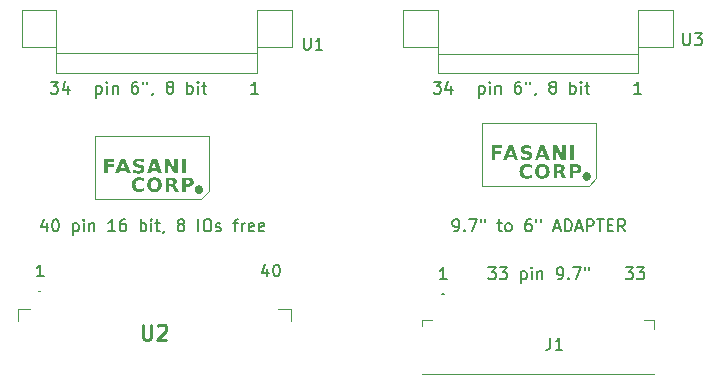
<source format=gbr>
%TF.GenerationSoftware,KiCad,Pcbnew,7.0.8-7.0.8~ubuntu22.04.1*%
%TF.CreationDate,2023-10-22T18:31:10+02:00*%
%TF.ProjectId,extension-cable,65787465-6e73-4696-9f6e-2d6361626c65,rev?*%
%TF.SameCoordinates,Original*%
%TF.FileFunction,Legend,Top*%
%TF.FilePolarity,Positive*%
%FSLAX46Y46*%
G04 Gerber Fmt 4.6, Leading zero omitted, Abs format (unit mm)*
G04 Created by KiCad (PCBNEW 7.0.8-7.0.8~ubuntu22.04.1) date 2023-10-22 18:31:10*
%MOMM*%
%LPD*%
G01*
G04 APERTURE LIST*
%ADD10C,0.150000*%
%ADD11C,0.000000*%
%ADD12C,0.039687*%
%ADD13C,0.254000*%
%ADD14C,0.100000*%
%ADD15C,0.200000*%
%ADD16C,0.120000*%
G04 APERTURE END LIST*
D10*
X133181541Y-86619819D02*
X133800588Y-86619819D01*
X133800588Y-86619819D02*
X133467255Y-87000771D01*
X133467255Y-87000771D02*
X133610112Y-87000771D01*
X133610112Y-87000771D02*
X133705350Y-87048390D01*
X133705350Y-87048390D02*
X133752969Y-87096009D01*
X133752969Y-87096009D02*
X133800588Y-87191247D01*
X133800588Y-87191247D02*
X133800588Y-87429342D01*
X133800588Y-87429342D02*
X133752969Y-87524580D01*
X133752969Y-87524580D02*
X133705350Y-87572200D01*
X133705350Y-87572200D02*
X133610112Y-87619819D01*
X133610112Y-87619819D02*
X133324398Y-87619819D01*
X133324398Y-87619819D02*
X133229160Y-87572200D01*
X133229160Y-87572200D02*
X133181541Y-87524580D01*
X134133922Y-86619819D02*
X134752969Y-86619819D01*
X134752969Y-86619819D02*
X134419636Y-87000771D01*
X134419636Y-87000771D02*
X134562493Y-87000771D01*
X134562493Y-87000771D02*
X134657731Y-87048390D01*
X134657731Y-87048390D02*
X134705350Y-87096009D01*
X134705350Y-87096009D02*
X134752969Y-87191247D01*
X134752969Y-87191247D02*
X134752969Y-87429342D01*
X134752969Y-87429342D02*
X134705350Y-87524580D01*
X134705350Y-87524580D02*
X134657731Y-87572200D01*
X134657731Y-87572200D02*
X134562493Y-87619819D01*
X134562493Y-87619819D02*
X134276779Y-87619819D01*
X134276779Y-87619819D02*
X134181541Y-87572200D01*
X134181541Y-87572200D02*
X134133922Y-87524580D01*
X118030588Y-87619819D02*
X117459160Y-87619819D01*
X117744874Y-87619819D02*
X117744874Y-86619819D01*
X117744874Y-86619819D02*
X117649636Y-86762676D01*
X117649636Y-86762676D02*
X117554398Y-86857914D01*
X117554398Y-86857914D02*
X117459160Y-86905533D01*
X102855350Y-86723152D02*
X102855350Y-87389819D01*
X102617255Y-86342200D02*
X102379160Y-87056485D01*
X102379160Y-87056485D02*
X102998207Y-87056485D01*
X103569636Y-86389819D02*
X103664874Y-86389819D01*
X103664874Y-86389819D02*
X103760112Y-86437438D01*
X103760112Y-86437438D02*
X103807731Y-86485057D01*
X103807731Y-86485057D02*
X103855350Y-86580295D01*
X103855350Y-86580295D02*
X103902969Y-86770771D01*
X103902969Y-86770771D02*
X103902969Y-87008866D01*
X103902969Y-87008866D02*
X103855350Y-87199342D01*
X103855350Y-87199342D02*
X103807731Y-87294580D01*
X103807731Y-87294580D02*
X103760112Y-87342200D01*
X103760112Y-87342200D02*
X103664874Y-87389819D01*
X103664874Y-87389819D02*
X103569636Y-87389819D01*
X103569636Y-87389819D02*
X103474398Y-87342200D01*
X103474398Y-87342200D02*
X103426779Y-87294580D01*
X103426779Y-87294580D02*
X103379160Y-87199342D01*
X103379160Y-87199342D02*
X103331541Y-87008866D01*
X103331541Y-87008866D02*
X103331541Y-86770771D01*
X103331541Y-86770771D02*
X103379160Y-86580295D01*
X103379160Y-86580295D02*
X103426779Y-86485057D01*
X103426779Y-86485057D02*
X103474398Y-86437438D01*
X103474398Y-86437438D02*
X103569636Y-86389819D01*
X83930588Y-87389819D02*
X83359160Y-87389819D01*
X83644874Y-87389819D02*
X83644874Y-86389819D01*
X83644874Y-86389819D02*
X83549636Y-86532676D01*
X83549636Y-86532676D02*
X83454398Y-86627914D01*
X83454398Y-86627914D02*
X83359160Y-86675533D01*
X116931541Y-70909819D02*
X117550588Y-70909819D01*
X117550588Y-70909819D02*
X117217255Y-71290771D01*
X117217255Y-71290771D02*
X117360112Y-71290771D01*
X117360112Y-71290771D02*
X117455350Y-71338390D01*
X117455350Y-71338390D02*
X117502969Y-71386009D01*
X117502969Y-71386009D02*
X117550588Y-71481247D01*
X117550588Y-71481247D02*
X117550588Y-71719342D01*
X117550588Y-71719342D02*
X117502969Y-71814580D01*
X117502969Y-71814580D02*
X117455350Y-71862200D01*
X117455350Y-71862200D02*
X117360112Y-71909819D01*
X117360112Y-71909819D02*
X117074398Y-71909819D01*
X117074398Y-71909819D02*
X116979160Y-71862200D01*
X116979160Y-71862200D02*
X116931541Y-71814580D01*
X118407731Y-71243152D02*
X118407731Y-71909819D01*
X118169636Y-70862200D02*
X117931541Y-71576485D01*
X117931541Y-71576485D02*
X118550588Y-71576485D01*
X120786779Y-71243152D02*
X120786779Y-72243152D01*
X120786779Y-71290771D02*
X120882017Y-71243152D01*
X120882017Y-71243152D02*
X121072493Y-71243152D01*
X121072493Y-71243152D02*
X121167731Y-71290771D01*
X121167731Y-71290771D02*
X121215350Y-71338390D01*
X121215350Y-71338390D02*
X121262969Y-71433628D01*
X121262969Y-71433628D02*
X121262969Y-71719342D01*
X121262969Y-71719342D02*
X121215350Y-71814580D01*
X121215350Y-71814580D02*
X121167731Y-71862200D01*
X121167731Y-71862200D02*
X121072493Y-71909819D01*
X121072493Y-71909819D02*
X120882017Y-71909819D01*
X120882017Y-71909819D02*
X120786779Y-71862200D01*
X121691541Y-71909819D02*
X121691541Y-71243152D01*
X121691541Y-70909819D02*
X121643922Y-70957438D01*
X121643922Y-70957438D02*
X121691541Y-71005057D01*
X121691541Y-71005057D02*
X121739160Y-70957438D01*
X121739160Y-70957438D02*
X121691541Y-70909819D01*
X121691541Y-70909819D02*
X121691541Y-71005057D01*
X122167731Y-71243152D02*
X122167731Y-71909819D01*
X122167731Y-71338390D02*
X122215350Y-71290771D01*
X122215350Y-71290771D02*
X122310588Y-71243152D01*
X122310588Y-71243152D02*
X122453445Y-71243152D01*
X122453445Y-71243152D02*
X122548683Y-71290771D01*
X122548683Y-71290771D02*
X122596302Y-71386009D01*
X122596302Y-71386009D02*
X122596302Y-71909819D01*
X124262969Y-70909819D02*
X124072493Y-70909819D01*
X124072493Y-70909819D02*
X123977255Y-70957438D01*
X123977255Y-70957438D02*
X123929636Y-71005057D01*
X123929636Y-71005057D02*
X123834398Y-71147914D01*
X123834398Y-71147914D02*
X123786779Y-71338390D01*
X123786779Y-71338390D02*
X123786779Y-71719342D01*
X123786779Y-71719342D02*
X123834398Y-71814580D01*
X123834398Y-71814580D02*
X123882017Y-71862200D01*
X123882017Y-71862200D02*
X123977255Y-71909819D01*
X123977255Y-71909819D02*
X124167731Y-71909819D01*
X124167731Y-71909819D02*
X124262969Y-71862200D01*
X124262969Y-71862200D02*
X124310588Y-71814580D01*
X124310588Y-71814580D02*
X124358207Y-71719342D01*
X124358207Y-71719342D02*
X124358207Y-71481247D01*
X124358207Y-71481247D02*
X124310588Y-71386009D01*
X124310588Y-71386009D02*
X124262969Y-71338390D01*
X124262969Y-71338390D02*
X124167731Y-71290771D01*
X124167731Y-71290771D02*
X123977255Y-71290771D01*
X123977255Y-71290771D02*
X123882017Y-71338390D01*
X123882017Y-71338390D02*
X123834398Y-71386009D01*
X123834398Y-71386009D02*
X123786779Y-71481247D01*
X124739160Y-70909819D02*
X124739160Y-71100295D01*
X125120112Y-70909819D02*
X125120112Y-71100295D01*
X125596303Y-71862200D02*
X125596303Y-71909819D01*
X125596303Y-71909819D02*
X125548684Y-72005057D01*
X125548684Y-72005057D02*
X125501065Y-72052676D01*
X126929636Y-71338390D02*
X126834398Y-71290771D01*
X126834398Y-71290771D02*
X126786779Y-71243152D01*
X126786779Y-71243152D02*
X126739160Y-71147914D01*
X126739160Y-71147914D02*
X126739160Y-71100295D01*
X126739160Y-71100295D02*
X126786779Y-71005057D01*
X126786779Y-71005057D02*
X126834398Y-70957438D01*
X126834398Y-70957438D02*
X126929636Y-70909819D01*
X126929636Y-70909819D02*
X127120112Y-70909819D01*
X127120112Y-70909819D02*
X127215350Y-70957438D01*
X127215350Y-70957438D02*
X127262969Y-71005057D01*
X127262969Y-71005057D02*
X127310588Y-71100295D01*
X127310588Y-71100295D02*
X127310588Y-71147914D01*
X127310588Y-71147914D02*
X127262969Y-71243152D01*
X127262969Y-71243152D02*
X127215350Y-71290771D01*
X127215350Y-71290771D02*
X127120112Y-71338390D01*
X127120112Y-71338390D02*
X126929636Y-71338390D01*
X126929636Y-71338390D02*
X126834398Y-71386009D01*
X126834398Y-71386009D02*
X126786779Y-71433628D01*
X126786779Y-71433628D02*
X126739160Y-71528866D01*
X126739160Y-71528866D02*
X126739160Y-71719342D01*
X126739160Y-71719342D02*
X126786779Y-71814580D01*
X126786779Y-71814580D02*
X126834398Y-71862200D01*
X126834398Y-71862200D02*
X126929636Y-71909819D01*
X126929636Y-71909819D02*
X127120112Y-71909819D01*
X127120112Y-71909819D02*
X127215350Y-71862200D01*
X127215350Y-71862200D02*
X127262969Y-71814580D01*
X127262969Y-71814580D02*
X127310588Y-71719342D01*
X127310588Y-71719342D02*
X127310588Y-71528866D01*
X127310588Y-71528866D02*
X127262969Y-71433628D01*
X127262969Y-71433628D02*
X127215350Y-71386009D01*
X127215350Y-71386009D02*
X127120112Y-71338390D01*
X128501065Y-71909819D02*
X128501065Y-70909819D01*
X128501065Y-71290771D02*
X128596303Y-71243152D01*
X128596303Y-71243152D02*
X128786779Y-71243152D01*
X128786779Y-71243152D02*
X128882017Y-71290771D01*
X128882017Y-71290771D02*
X128929636Y-71338390D01*
X128929636Y-71338390D02*
X128977255Y-71433628D01*
X128977255Y-71433628D02*
X128977255Y-71719342D01*
X128977255Y-71719342D02*
X128929636Y-71814580D01*
X128929636Y-71814580D02*
X128882017Y-71862200D01*
X128882017Y-71862200D02*
X128786779Y-71909819D01*
X128786779Y-71909819D02*
X128596303Y-71909819D01*
X128596303Y-71909819D02*
X128501065Y-71862200D01*
X129405827Y-71909819D02*
X129405827Y-71243152D01*
X129405827Y-70909819D02*
X129358208Y-70957438D01*
X129358208Y-70957438D02*
X129405827Y-71005057D01*
X129405827Y-71005057D02*
X129453446Y-70957438D01*
X129453446Y-70957438D02*
X129405827Y-70909819D01*
X129405827Y-70909819D02*
X129405827Y-71005057D01*
X129739160Y-71243152D02*
X130120112Y-71243152D01*
X129882017Y-70909819D02*
X129882017Y-71766961D01*
X129882017Y-71766961D02*
X129929636Y-71862200D01*
X129929636Y-71862200D02*
X130024874Y-71909819D01*
X130024874Y-71909819D02*
X130120112Y-71909819D01*
X134500588Y-71909819D02*
X133929160Y-71909819D01*
X134214874Y-71909819D02*
X134214874Y-70909819D01*
X134214874Y-70909819D02*
X134119636Y-71052676D01*
X134119636Y-71052676D02*
X134024398Y-71147914D01*
X134024398Y-71147914D02*
X133929160Y-71195533D01*
X102080588Y-71909819D02*
X101509160Y-71909819D01*
X101794874Y-71909819D02*
X101794874Y-70909819D01*
X101794874Y-70909819D02*
X101699636Y-71052676D01*
X101699636Y-71052676D02*
X101604398Y-71147914D01*
X101604398Y-71147914D02*
X101509160Y-71195533D01*
X84511541Y-70909819D02*
X85130588Y-70909819D01*
X85130588Y-70909819D02*
X84797255Y-71290771D01*
X84797255Y-71290771D02*
X84940112Y-71290771D01*
X84940112Y-71290771D02*
X85035350Y-71338390D01*
X85035350Y-71338390D02*
X85082969Y-71386009D01*
X85082969Y-71386009D02*
X85130588Y-71481247D01*
X85130588Y-71481247D02*
X85130588Y-71719342D01*
X85130588Y-71719342D02*
X85082969Y-71814580D01*
X85082969Y-71814580D02*
X85035350Y-71862200D01*
X85035350Y-71862200D02*
X84940112Y-71909819D01*
X84940112Y-71909819D02*
X84654398Y-71909819D01*
X84654398Y-71909819D02*
X84559160Y-71862200D01*
X84559160Y-71862200D02*
X84511541Y-71814580D01*
X85987731Y-71243152D02*
X85987731Y-71909819D01*
X85749636Y-70862200D02*
X85511541Y-71576485D01*
X85511541Y-71576485D02*
X86130588Y-71576485D01*
D11*
G36*
X122702404Y-76539942D02*
G01*
X122164859Y-76539942D01*
X122164859Y-76768439D01*
X122670349Y-76768439D01*
X122670349Y-77007621D01*
X122164859Y-77007621D01*
X122164859Y-77527906D01*
X121848415Y-77527906D01*
X121848415Y-76300760D01*
X122702404Y-76300760D01*
X122702404Y-76539942D01*
G37*
G36*
X94972635Y-78266662D02*
G01*
X94972635Y-77424999D01*
X95272640Y-77424999D01*
X95272640Y-78652145D01*
X94919209Y-78652145D01*
X94472899Y-77810482D01*
X94472899Y-78652145D01*
X94172893Y-78652145D01*
X94172893Y-77424999D01*
X94526325Y-77424999D01*
X94972635Y-78266662D01*
G37*
D12*
X121060000Y-79689552D02*
X130103615Y-79689552D01*
D11*
G36*
X93334381Y-78994407D02*
G01*
X93368961Y-78996322D01*
X93402565Y-78999513D01*
X93435192Y-79003981D01*
X93466844Y-79009725D01*
X93497519Y-79016746D01*
X93527218Y-79025044D01*
X93555941Y-79034618D01*
X93583687Y-79045469D01*
X93610458Y-79057596D01*
X93636252Y-79071000D01*
X93661070Y-79085680D01*
X93684912Y-79101637D01*
X93707778Y-79118870D01*
X93729667Y-79137381D01*
X93750580Y-79157168D01*
X93770367Y-79178103D01*
X93788877Y-79200058D01*
X93806111Y-79223033D01*
X93822068Y-79247028D01*
X93836749Y-79272043D01*
X93850153Y-79298078D01*
X93862280Y-79325133D01*
X93873131Y-79353208D01*
X93882705Y-79382303D01*
X93891003Y-79412418D01*
X93898024Y-79443553D01*
X93903769Y-79475708D01*
X93908237Y-79508883D01*
X93911428Y-79543078D01*
X93913343Y-79578293D01*
X93913981Y-79614528D01*
X93913340Y-79650667D01*
X93911416Y-79685791D01*
X93908208Y-79719902D01*
X93903719Y-79752999D01*
X93897946Y-79785082D01*
X93890890Y-79816152D01*
X93882552Y-79846207D01*
X93872931Y-79875249D01*
X93862027Y-79903277D01*
X93849840Y-79930291D01*
X93836370Y-79956291D01*
X93821617Y-79981278D01*
X93805582Y-80005251D01*
X93788264Y-80028211D01*
X93769663Y-80050156D01*
X93749779Y-80071088D01*
X93728869Y-80090875D01*
X93706989Y-80109385D01*
X93684139Y-80126619D01*
X93660319Y-80142576D01*
X93635529Y-80157256D01*
X93609769Y-80170660D01*
X93583040Y-80182787D01*
X93555340Y-80193638D01*
X93526670Y-80203212D01*
X93497031Y-80211509D01*
X93466421Y-80218530D01*
X93434842Y-80224275D01*
X93402292Y-80228742D01*
X93368773Y-80231934D01*
X93334284Y-80233849D01*
X93298825Y-80234487D01*
X93263362Y-80233849D01*
X93228864Y-80231934D01*
X93195329Y-80228742D01*
X93162757Y-80224275D01*
X93131150Y-80218530D01*
X93100506Y-80211509D01*
X93070826Y-80203212D01*
X93042109Y-80193638D01*
X93014356Y-80182787D01*
X92987567Y-80170660D01*
X92961741Y-80157256D01*
X92936880Y-80142576D01*
X92912981Y-80126619D01*
X92890047Y-80109385D01*
X92868076Y-80090875D01*
X92847069Y-80071088D01*
X92827282Y-80050156D01*
X92808772Y-80028211D01*
X92791538Y-80005251D01*
X92775581Y-79981278D01*
X92760901Y-79956291D01*
X92747497Y-79930291D01*
X92735369Y-79903277D01*
X92724518Y-79875249D01*
X92714944Y-79846207D01*
X92706646Y-79816152D01*
X92699625Y-79785082D01*
X92693881Y-79752999D01*
X92689413Y-79719902D01*
X92686221Y-79685791D01*
X92684306Y-79650667D01*
X92683668Y-79614528D01*
X92683668Y-79614524D01*
X93002461Y-79614524D01*
X93002749Y-79636770D01*
X93003612Y-79658453D01*
X93005052Y-79679573D01*
X93007067Y-79700130D01*
X93009657Y-79720123D01*
X93012824Y-79739553D01*
X93016566Y-79758420D01*
X93020884Y-79776724D01*
X93025777Y-79794464D01*
X93031247Y-79811641D01*
X93037291Y-79828256D01*
X93043912Y-79844306D01*
X93051108Y-79859794D01*
X93058881Y-79874719D01*
X93067228Y-79889080D01*
X93076152Y-79902878D01*
X93085751Y-79915972D01*
X93095926Y-79928222D01*
X93101230Y-79934030D01*
X93106677Y-79939627D01*
X93112268Y-79945012D01*
X93118003Y-79950186D01*
X93123882Y-79955150D01*
X93129905Y-79959901D01*
X93136072Y-79964442D01*
X93142383Y-79968772D01*
X93148838Y-79972890D01*
X93155437Y-79976797D01*
X93162180Y-79980493D01*
X93169066Y-79983978D01*
X93176097Y-79987252D01*
X93183271Y-79990314D01*
X93190589Y-79993165D01*
X93198052Y-79995805D01*
X93213408Y-80000451D01*
X93229340Y-80004253D01*
X93245848Y-80007210D01*
X93262932Y-80009322D01*
X93280591Y-80010589D01*
X93298826Y-80011011D01*
X93308266Y-80010895D01*
X93317561Y-80010548D01*
X93326713Y-80009969D01*
X93335721Y-80009159D01*
X93344585Y-80008117D01*
X93353305Y-80006844D01*
X93361881Y-80005339D01*
X93370314Y-80003602D01*
X93378602Y-80001634D01*
X93386746Y-79999435D01*
X93394747Y-79997004D01*
X93402603Y-79994341D01*
X93410316Y-79991447D01*
X93417885Y-79988321D01*
X93425309Y-79984964D01*
X93432590Y-79981376D01*
X93439711Y-79977577D01*
X93446657Y-79973591D01*
X93453428Y-79969417D01*
X93460024Y-79965056D01*
X93466444Y-79960506D01*
X93472689Y-79955769D01*
X93478759Y-79950844D01*
X93484654Y-79945732D01*
X93490374Y-79940431D01*
X93495918Y-79934943D01*
X93501287Y-79929267D01*
X93506481Y-79923404D01*
X93511499Y-79917352D01*
X93516343Y-79911113D01*
X93521011Y-79904686D01*
X93525504Y-79898072D01*
X93529841Y-79891200D01*
X93534040Y-79884204D01*
X93538101Y-79877082D01*
X93542024Y-79869835D01*
X93545810Y-79862463D01*
X93549458Y-79854966D01*
X93552969Y-79847344D01*
X93556342Y-79839597D01*
X93559577Y-79831725D01*
X93562675Y-79823727D01*
X93565634Y-79815605D01*
X93568457Y-79807357D01*
X93571141Y-79798985D01*
X93573688Y-79790487D01*
X93576097Y-79781864D01*
X93578368Y-79773121D01*
X93582498Y-79755048D01*
X93586078Y-79736475D01*
X93589107Y-79717401D01*
X93591585Y-79697827D01*
X93593512Y-79677752D01*
X93594889Y-79657176D01*
X93595715Y-79636100D01*
X93595990Y-79614524D01*
X93595715Y-79592947D01*
X93594889Y-79571871D01*
X93593512Y-79551296D01*
X93591585Y-79531221D01*
X93589107Y-79511646D01*
X93586078Y-79492572D01*
X93582498Y-79473999D01*
X93578368Y-79455927D01*
X93573688Y-79438380D01*
X93568456Y-79421384D01*
X93562674Y-79404939D01*
X93559576Y-79396923D01*
X93556341Y-79389045D01*
X93552968Y-79381304D01*
X93549458Y-79373701D01*
X93545810Y-79366236D01*
X93542024Y-79358908D01*
X93538100Y-79351719D01*
X93534039Y-79344667D01*
X93529840Y-79337752D01*
X93525504Y-79330976D01*
X93521011Y-79324265D01*
X93516342Y-79317748D01*
X93511499Y-79311424D01*
X93506480Y-79305295D01*
X93501286Y-79299360D01*
X93495917Y-79293619D01*
X93490373Y-79288071D01*
X93484653Y-79282718D01*
X93478759Y-79277558D01*
X93472689Y-79272593D01*
X93466444Y-79267821D01*
X93460023Y-79263243D01*
X93453428Y-79258859D01*
X93446657Y-79254669D01*
X93439711Y-79250673D01*
X93432590Y-79246871D01*
X93425309Y-79243282D01*
X93417884Y-79239925D01*
X93410315Y-79236799D01*
X93402603Y-79233905D01*
X93394746Y-79231243D01*
X93386746Y-79228812D01*
X93378601Y-79226612D01*
X93370313Y-79224644D01*
X93361881Y-79222908D01*
X93353305Y-79221403D01*
X93344585Y-79220129D01*
X93335721Y-79219087D01*
X93326713Y-79218277D01*
X93317561Y-79217698D01*
X93308265Y-79217351D01*
X93298825Y-79217235D01*
X93286435Y-79217442D01*
X93274295Y-79218061D01*
X93262405Y-79219094D01*
X93250766Y-79220540D01*
X93239377Y-79222398D01*
X93228238Y-79224670D01*
X93217350Y-79227355D01*
X93206712Y-79230453D01*
X93196324Y-79233963D01*
X93186187Y-79237887D01*
X93176299Y-79242224D01*
X93166663Y-79246974D01*
X93157276Y-79252136D01*
X93148140Y-79257712D01*
X93139254Y-79263701D01*
X93130618Y-79270102D01*
X93122352Y-79276748D01*
X93114373Y-79283669D01*
X93106683Y-79290865D01*
X93099280Y-79298336D01*
X93092165Y-79306083D01*
X93085338Y-79314106D01*
X93078798Y-79322403D01*
X93072547Y-79330976D01*
X93066583Y-79339825D01*
X93060908Y-79348949D01*
X93055520Y-79358348D01*
X93050420Y-79368022D01*
X93045608Y-79377972D01*
X93041083Y-79388197D01*
X93036847Y-79398697D01*
X93032898Y-79409473D01*
X93029213Y-79420505D01*
X93025765Y-79431776D01*
X93022554Y-79443284D01*
X93019582Y-79455029D01*
X93016847Y-79467013D01*
X93014351Y-79479234D01*
X93012092Y-79491693D01*
X93010070Y-79504390D01*
X93008287Y-79517325D01*
X93006741Y-79530498D01*
X93005433Y-79543908D01*
X93004363Y-79557556D01*
X93002937Y-79585564D01*
X93002461Y-79614524D01*
X92683668Y-79614524D01*
X92684306Y-79578390D01*
X92686221Y-79543265D01*
X92689413Y-79509154D01*
X92693881Y-79476058D01*
X92699625Y-79443974D01*
X92706646Y-79412905D01*
X92714944Y-79382850D01*
X92724518Y-79353808D01*
X92735369Y-79325780D01*
X92747497Y-79298766D01*
X92760901Y-79272765D01*
X92775581Y-79247779D01*
X92791538Y-79223806D01*
X92808772Y-79200846D01*
X92827282Y-79178901D01*
X92847069Y-79157969D01*
X92868076Y-79138085D01*
X92890047Y-79119485D01*
X92912981Y-79102167D01*
X92936880Y-79086132D01*
X92961741Y-79071380D01*
X92987567Y-79057910D01*
X93014356Y-79045723D01*
X93042109Y-79034819D01*
X93070826Y-79025198D01*
X93100506Y-79016860D01*
X93131150Y-79009804D01*
X93162757Y-79004031D01*
X93195329Y-78999542D01*
X93228864Y-78996334D01*
X93263362Y-78994410D01*
X93298825Y-78993769D01*
X93334381Y-78994407D01*
G37*
G36*
X124116144Y-77527906D02*
G01*
X123798055Y-77527906D01*
X123720793Y-77304338D01*
X123225989Y-77304338D01*
X123147906Y-77527906D01*
X122829817Y-77527906D01*
X122996956Y-77076660D01*
X123304895Y-77076660D01*
X123641066Y-77076660D01*
X123473392Y-76588433D01*
X123304895Y-77076660D01*
X122996956Y-77076660D01*
X123284347Y-76300760D01*
X123661614Y-76300760D01*
X124116144Y-77527906D01*
G37*
D12*
X130719999Y-74390000D02*
X121060000Y-74390000D01*
X130103615Y-79689552D02*
X130719999Y-79065891D01*
D11*
G36*
X129906937Y-78553640D02*
G01*
X129925065Y-78555053D01*
X129942930Y-78557382D01*
X129960508Y-78560601D01*
X129977778Y-78564689D01*
X129994717Y-78569623D01*
X130011303Y-78575378D01*
X130027513Y-78581934D01*
X130043325Y-78589265D01*
X130058716Y-78597350D01*
X130073665Y-78606166D01*
X130088148Y-78615689D01*
X130102143Y-78625896D01*
X130115627Y-78636764D01*
X130128579Y-78648271D01*
X130140976Y-78660394D01*
X130152796Y-78673108D01*
X130164015Y-78686393D01*
X130174612Y-78700223D01*
X130184564Y-78714577D01*
X130193849Y-78729431D01*
X130202444Y-78744763D01*
X130210327Y-78760549D01*
X130217476Y-78776766D01*
X130223867Y-78793392D01*
X130229479Y-78810403D01*
X130234289Y-78827776D01*
X130238275Y-78845489D01*
X130241414Y-78863518D01*
X130243685Y-78881840D01*
X130245063Y-78900433D01*
X130245528Y-78919273D01*
X130245063Y-78938114D01*
X130243685Y-78956706D01*
X130241415Y-78975029D01*
X130238276Y-78993058D01*
X130234290Y-79010771D01*
X130229480Y-79028144D01*
X130223868Y-79045155D01*
X130217476Y-79061781D01*
X130210328Y-79077998D01*
X130202445Y-79093784D01*
X130193850Y-79109116D01*
X130184565Y-79123970D01*
X130174613Y-79138324D01*
X130164016Y-79152154D01*
X130152797Y-79165438D01*
X130140978Y-79178153D01*
X130128581Y-79190275D01*
X130115629Y-79201782D01*
X130102144Y-79212651D01*
X130088149Y-79222858D01*
X130073666Y-79232381D01*
X130058718Y-79241196D01*
X130043326Y-79249281D01*
X130027515Y-79256613D01*
X130011305Y-79263168D01*
X129994719Y-79268924D01*
X129977780Y-79273858D01*
X129960510Y-79277946D01*
X129942932Y-79281165D01*
X129925067Y-79283493D01*
X129906939Y-79284907D01*
X129888570Y-79285384D01*
X129870201Y-79284907D01*
X129852073Y-79283493D01*
X129834209Y-79281165D01*
X129816630Y-79277946D01*
X129799360Y-79273858D01*
X129782421Y-79268924D01*
X129765836Y-79263168D01*
X129749625Y-79256613D01*
X129733813Y-79249281D01*
X129718422Y-79241196D01*
X129703474Y-79232381D01*
X129688991Y-79222858D01*
X129674996Y-79212651D01*
X129661511Y-79201782D01*
X129648559Y-79190275D01*
X129636162Y-79178153D01*
X129624342Y-79165438D01*
X129613123Y-79152154D01*
X129602526Y-79138324D01*
X129592574Y-79123970D01*
X129583289Y-79109116D01*
X129574694Y-79093784D01*
X129566811Y-79077998D01*
X129559663Y-79061781D01*
X129553271Y-79045155D01*
X129547659Y-79028144D01*
X129542849Y-79010771D01*
X129538863Y-78993058D01*
X129535724Y-78975029D01*
X129533454Y-78956706D01*
X129532075Y-78938114D01*
X129531611Y-78919273D01*
X129532075Y-78900433D01*
X129533454Y-78881840D01*
X129535724Y-78863518D01*
X129538863Y-78845489D01*
X129542849Y-78827776D01*
X129547659Y-78810403D01*
X129553271Y-78793392D01*
X129559662Y-78776766D01*
X129566811Y-78760549D01*
X129574694Y-78744763D01*
X129583289Y-78729431D01*
X129592573Y-78714577D01*
X129602525Y-78700223D01*
X129613122Y-78686393D01*
X129624342Y-78673108D01*
X129636161Y-78660394D01*
X129648558Y-78648271D01*
X129661510Y-78636764D01*
X129674995Y-78625896D01*
X129688990Y-78615689D01*
X129703472Y-78606166D01*
X129718421Y-78597350D01*
X129733812Y-78589265D01*
X129749624Y-78581934D01*
X129765834Y-78575378D01*
X129782420Y-78569623D01*
X129799359Y-78564689D01*
X129816629Y-78560601D01*
X129834207Y-78557382D01*
X129852071Y-78555053D01*
X129870199Y-78553640D01*
X129888568Y-78553163D01*
X129906937Y-78553640D01*
G37*
D12*
X88226790Y-80813791D02*
X97270405Y-80813791D01*
D11*
G36*
X96170341Y-79015775D02*
G01*
X96196939Y-79016920D01*
X96222780Y-79018829D01*
X96247864Y-79021501D01*
X96272191Y-79024937D01*
X96295761Y-79029136D01*
X96318573Y-79034098D01*
X96340628Y-79039824D01*
X96361926Y-79046313D01*
X96382467Y-79053566D01*
X96402251Y-79061582D01*
X96421277Y-79070361D01*
X96439547Y-79079904D01*
X96457059Y-79090210D01*
X96473814Y-79101279D01*
X96489812Y-79113112D01*
X96505040Y-79125706D01*
X96519285Y-79139056D01*
X96532549Y-79153164D01*
X96544829Y-79168029D01*
X96556128Y-79183651D01*
X96566443Y-79200030D01*
X96575777Y-79217167D01*
X96584128Y-79235061D01*
X96591496Y-79253712D01*
X96597882Y-79273120D01*
X96603286Y-79293286D01*
X96607707Y-79314208D01*
X96611145Y-79335889D01*
X96613601Y-79358326D01*
X96615075Y-79381520D01*
X96615566Y-79405472D01*
X96615075Y-79429426D01*
X96613601Y-79452630D01*
X96611145Y-79475082D01*
X96607707Y-79496783D01*
X96603286Y-79517734D01*
X96597882Y-79537933D01*
X96591496Y-79557382D01*
X96584128Y-79576080D01*
X96575777Y-79594027D01*
X96566443Y-79611223D01*
X96556128Y-79627669D01*
X96544829Y-79643363D01*
X96532549Y-79658307D01*
X96519285Y-79672500D01*
X96505040Y-79685942D01*
X96489812Y-79698633D01*
X96473720Y-79710466D01*
X96456884Y-79721536D01*
X96439303Y-79731842D01*
X96420977Y-79741385D01*
X96401907Y-79750164D01*
X96382092Y-79758180D01*
X96361532Y-79765433D01*
X96340228Y-79771922D01*
X96318179Y-79777648D01*
X96295385Y-79782610D01*
X96271847Y-79786809D01*
X96247564Y-79790244D01*
X96222536Y-79792917D01*
X96196764Y-79794825D01*
X96170247Y-79795970D01*
X96142985Y-79796352D01*
X95939535Y-79796352D01*
X95939535Y-80211264D01*
X95631156Y-80211264D01*
X95631156Y-79238865D01*
X95939535Y-79238865D01*
X95939535Y-79572876D01*
X96110145Y-79572876D01*
X96121102Y-79572711D01*
X96131747Y-79572213D01*
X96142078Y-79571384D01*
X96152097Y-79570223D01*
X96161802Y-79568731D01*
X96171195Y-79566907D01*
X96180275Y-79564751D01*
X96189042Y-79562264D01*
X96197496Y-79559445D01*
X96205638Y-79556294D01*
X96213466Y-79552811D01*
X96220981Y-79548997D01*
X96228184Y-79544851D01*
X96235074Y-79540374D01*
X96241651Y-79535564D01*
X96247914Y-79530423D01*
X96253928Y-79524867D01*
X96259554Y-79519010D01*
X96264792Y-79512852D01*
X96269641Y-79506394D01*
X96274103Y-79499636D01*
X96278177Y-79492577D01*
X96281863Y-79485219D01*
X96285160Y-79477559D01*
X96288070Y-79469599D01*
X96290592Y-79461339D01*
X96292726Y-79452779D01*
X96294472Y-79443918D01*
X96295830Y-79434757D01*
X96296800Y-79425296D01*
X96297382Y-79415534D01*
X96297576Y-79405472D01*
X96297382Y-79395413D01*
X96296800Y-79385660D01*
X96295830Y-79376214D01*
X96294472Y-79367074D01*
X96292726Y-79358241D01*
X96290592Y-79349715D01*
X96288070Y-79341496D01*
X96285160Y-79333583D01*
X96281863Y-79325977D01*
X96278177Y-79318677D01*
X96274103Y-79311684D01*
X96269641Y-79304998D01*
X96264792Y-79298618D01*
X96259554Y-79292544D01*
X96253928Y-79286778D01*
X96247914Y-79281318D01*
X96241651Y-79276177D01*
X96235074Y-79271367D01*
X96228184Y-79266890D01*
X96220981Y-79262744D01*
X96213466Y-79258930D01*
X96205638Y-79255447D01*
X96197496Y-79252296D01*
X96189042Y-79249477D01*
X96180275Y-79246990D01*
X96171195Y-79244834D01*
X96161802Y-79243010D01*
X96152097Y-79241518D01*
X96142078Y-79240357D01*
X96131747Y-79239528D01*
X96121102Y-79239030D01*
X96110145Y-79238865D01*
X95939535Y-79238865D01*
X95631156Y-79238865D01*
X95631156Y-79015394D01*
X96142985Y-79015394D01*
X96170341Y-79015775D01*
G37*
D12*
X97886789Y-80190130D02*
X97886789Y-75514239D01*
D11*
G36*
X95968831Y-78652145D02*
G01*
X95652387Y-78652145D01*
X95652387Y-77424999D01*
X95968831Y-77424999D01*
X95968831Y-78652145D01*
G37*
D12*
X97886789Y-75514239D02*
X88226790Y-75514239D01*
D11*
G36*
X97073727Y-79677879D02*
G01*
X97091855Y-79679292D01*
X97109720Y-79681621D01*
X97127298Y-79684840D01*
X97144568Y-79688928D01*
X97161507Y-79693862D01*
X97178093Y-79699617D01*
X97194303Y-79706173D01*
X97210115Y-79713504D01*
X97225506Y-79721589D01*
X97240455Y-79730405D01*
X97254938Y-79739928D01*
X97268933Y-79750135D01*
X97282417Y-79761003D01*
X97295369Y-79772510D01*
X97307766Y-79784633D01*
X97319586Y-79797347D01*
X97330805Y-79810632D01*
X97341402Y-79824462D01*
X97351354Y-79838816D01*
X97360639Y-79853670D01*
X97369234Y-79869002D01*
X97377117Y-79884788D01*
X97384266Y-79901005D01*
X97390657Y-79917631D01*
X97396269Y-79934642D01*
X97401079Y-79952015D01*
X97405065Y-79969728D01*
X97408204Y-79987757D01*
X97410475Y-80006079D01*
X97411853Y-80024672D01*
X97412318Y-80043512D01*
X97411853Y-80062353D01*
X97410475Y-80080945D01*
X97408205Y-80099268D01*
X97405066Y-80117297D01*
X97401080Y-80135010D01*
X97396270Y-80152383D01*
X97390658Y-80169394D01*
X97384266Y-80186020D01*
X97377118Y-80202237D01*
X97369235Y-80218023D01*
X97360640Y-80233355D01*
X97351355Y-80248209D01*
X97341403Y-80262563D01*
X97330806Y-80276393D01*
X97319587Y-80289677D01*
X97307768Y-80302392D01*
X97295371Y-80314514D01*
X97282419Y-80326021D01*
X97268934Y-80336890D01*
X97254939Y-80347097D01*
X97240456Y-80356620D01*
X97225508Y-80365435D01*
X97210116Y-80373520D01*
X97194305Y-80380852D01*
X97178095Y-80387407D01*
X97161509Y-80393163D01*
X97144570Y-80398097D01*
X97127300Y-80402185D01*
X97109722Y-80405404D01*
X97091857Y-80407732D01*
X97073729Y-80409146D01*
X97055360Y-80409623D01*
X97036991Y-80409146D01*
X97018863Y-80407732D01*
X97000999Y-80405404D01*
X96983420Y-80402185D01*
X96966150Y-80398097D01*
X96949211Y-80393163D01*
X96932626Y-80387407D01*
X96916415Y-80380852D01*
X96900603Y-80373520D01*
X96885212Y-80365435D01*
X96870264Y-80356620D01*
X96855781Y-80347097D01*
X96841786Y-80336890D01*
X96828301Y-80326021D01*
X96815349Y-80314514D01*
X96802952Y-80302392D01*
X96791132Y-80289677D01*
X96779913Y-80276393D01*
X96769316Y-80262563D01*
X96759364Y-80248209D01*
X96750079Y-80233355D01*
X96741484Y-80218023D01*
X96733601Y-80202237D01*
X96726453Y-80186020D01*
X96720061Y-80169394D01*
X96714449Y-80152383D01*
X96709639Y-80135010D01*
X96705653Y-80117297D01*
X96702514Y-80099268D01*
X96700244Y-80080945D01*
X96698865Y-80062353D01*
X96698401Y-80043512D01*
X96698865Y-80024672D01*
X96700244Y-80006079D01*
X96702514Y-79987757D01*
X96705653Y-79969728D01*
X96709639Y-79952015D01*
X96714449Y-79934642D01*
X96720061Y-79917631D01*
X96726452Y-79901005D01*
X96733601Y-79884788D01*
X96741484Y-79869002D01*
X96750079Y-79853670D01*
X96759363Y-79838816D01*
X96769315Y-79824462D01*
X96779912Y-79810632D01*
X96791132Y-79797347D01*
X96802951Y-79784633D01*
X96815348Y-79772510D01*
X96828300Y-79761003D01*
X96841785Y-79750135D01*
X96855780Y-79739928D01*
X96870262Y-79730405D01*
X96885211Y-79721589D01*
X96900602Y-79713504D01*
X96916414Y-79706173D01*
X96932624Y-79699617D01*
X96949210Y-79693862D01*
X96966149Y-79688928D01*
X96983419Y-79684840D01*
X97000997Y-79681621D01*
X97018861Y-79679292D01*
X97036989Y-79677879D01*
X97055358Y-79677402D01*
X97073727Y-79677879D01*
G37*
G36*
X126772661Y-77527906D02*
G01*
X126454572Y-77527906D01*
X126377310Y-77304338D01*
X125882506Y-77304338D01*
X125804422Y-77527906D01*
X125486334Y-77527906D01*
X125653473Y-77076660D01*
X125961412Y-77076660D01*
X126297583Y-77076660D01*
X126129908Y-76588433D01*
X125961412Y-77076660D01*
X125653473Y-77076660D01*
X125940863Y-76300760D01*
X126318131Y-76300760D01*
X126772661Y-77527906D01*
G37*
D12*
X97270405Y-80813791D02*
X97886789Y-80190130D01*
D11*
G36*
X128802041Y-77527906D02*
G01*
X128485597Y-77527906D01*
X128485597Y-76300760D01*
X128802041Y-76300760D01*
X128802041Y-77527906D01*
G37*
D12*
X88226790Y-75514239D02*
X88226790Y-80813791D01*
D11*
G36*
X127593362Y-77891513D02*
G01*
X127623800Y-77892601D01*
X127653036Y-77894416D01*
X127681070Y-77896956D01*
X127707903Y-77900222D01*
X127733535Y-77904214D01*
X127757965Y-77908933D01*
X127781194Y-77914377D01*
X127792354Y-77917365D01*
X127803208Y-77920522D01*
X127813756Y-77923848D01*
X127823996Y-77927343D01*
X127833930Y-77931006D01*
X127843558Y-77934839D01*
X127852879Y-77938841D01*
X127861893Y-77943011D01*
X127870600Y-77947351D01*
X127879001Y-77951859D01*
X127887096Y-77956537D01*
X127894883Y-77961383D01*
X127902364Y-77966399D01*
X127909539Y-77971584D01*
X127916406Y-77976937D01*
X127922968Y-77982460D01*
X127929260Y-77988121D01*
X127935320Y-77993887D01*
X127941149Y-77999760D01*
X127946747Y-78005740D01*
X127952113Y-78011826D01*
X127957247Y-78018018D01*
X127962150Y-78024316D01*
X127966822Y-78030721D01*
X127971262Y-78037232D01*
X127975470Y-78043849D01*
X127979447Y-78050573D01*
X127983192Y-78057403D01*
X127986706Y-78064339D01*
X127989988Y-78071382D01*
X127993038Y-78078531D01*
X127995857Y-78085786D01*
X127998573Y-78093074D01*
X128001114Y-78100517D01*
X128003479Y-78108117D01*
X128005669Y-78115874D01*
X128007684Y-78123786D01*
X128009524Y-78131856D01*
X128011189Y-78140081D01*
X128012678Y-78148463D01*
X128013992Y-78157002D01*
X128015131Y-78165697D01*
X128016095Y-78174548D01*
X128016884Y-78183556D01*
X128017497Y-78192720D01*
X128017935Y-78202041D01*
X128018198Y-78211518D01*
X128018285Y-78221152D01*
X128018285Y-78221156D01*
X128017387Y-78249857D01*
X128014693Y-78277288D01*
X128010204Y-78303448D01*
X128003918Y-78328338D01*
X128000101Y-78340306D01*
X127995836Y-78351957D01*
X127991122Y-78363290D01*
X127985958Y-78374306D01*
X127980346Y-78385004D01*
X127974284Y-78395385D01*
X127967774Y-78405448D01*
X127960815Y-78415193D01*
X127953406Y-78424621D01*
X127945549Y-78433731D01*
X127937243Y-78442524D01*
X127928488Y-78450999D01*
X127919283Y-78459157D01*
X127909630Y-78466997D01*
X127899528Y-78474519D01*
X127888976Y-78481724D01*
X127866527Y-78495181D01*
X127842282Y-78507368D01*
X127816240Y-78518285D01*
X127788403Y-78527931D01*
X127797032Y-78530087D01*
X127805499Y-78532549D01*
X127813803Y-78535318D01*
X127821944Y-78538394D01*
X127829922Y-78541776D01*
X127837738Y-78545465D01*
X127845391Y-78549461D01*
X127852882Y-78553763D01*
X127860209Y-78558372D01*
X127867374Y-78563287D01*
X127874377Y-78568509D01*
X127881216Y-78574038D01*
X127887893Y-78579873D01*
X127894408Y-78586015D01*
X127900759Y-78592464D01*
X127906948Y-78599219D01*
X127913143Y-78606274D01*
X127919313Y-78613624D01*
X127925458Y-78621268D01*
X127931579Y-78629206D01*
X127937674Y-78637437D01*
X127943743Y-78645963D01*
X127949788Y-78654784D01*
X127955808Y-78663898D01*
X127961803Y-78673306D01*
X127967773Y-78683009D01*
X127979638Y-78703296D01*
X127991402Y-78724761D01*
X128003066Y-78747401D01*
X128170472Y-79087021D01*
X127842068Y-79087021D01*
X127696289Y-78789854D01*
X127691164Y-78779533D01*
X127686002Y-78769593D01*
X127680801Y-78760034D01*
X127675564Y-78750857D01*
X127670289Y-78742062D01*
X127664976Y-78733649D01*
X127659626Y-78725617D01*
X127654238Y-78717967D01*
X127648812Y-78710698D01*
X127643349Y-78703811D01*
X127637849Y-78697306D01*
X127632311Y-78691183D01*
X127626735Y-78685441D01*
X127621122Y-78680081D01*
X127615471Y-78675103D01*
X127609783Y-78670506D01*
X127604044Y-78666142D01*
X127598043Y-78662059D01*
X127591779Y-78658257D01*
X127585253Y-78654738D01*
X127578463Y-78651499D01*
X127571411Y-78648542D01*
X127564095Y-78645867D01*
X127556517Y-78643474D01*
X127548676Y-78641362D01*
X127540573Y-78639531D01*
X127532206Y-78637982D01*
X127523577Y-78636715D01*
X127514684Y-78635729D01*
X127505529Y-78635025D01*
X127496112Y-78634603D01*
X127486431Y-78634462D01*
X127399123Y-78634462D01*
X127399123Y-79087021D01*
X127090745Y-79087021D01*
X127090745Y-78114626D01*
X127399125Y-78114626D01*
X127399125Y-78421400D01*
X127528884Y-78421400D01*
X127541165Y-78421253D01*
X127552976Y-78420812D01*
X127564318Y-78420077D01*
X127575191Y-78419048D01*
X127585594Y-78417724D01*
X127595528Y-78416107D01*
X127604993Y-78414195D01*
X127613988Y-78411989D01*
X127622514Y-78409490D01*
X127630571Y-78406696D01*
X127638159Y-78403607D01*
X127645277Y-78400225D01*
X127651926Y-78396548D01*
X127658105Y-78392578D01*
X127663815Y-78388313D01*
X127669056Y-78383754D01*
X127674003Y-78378885D01*
X127678631Y-78373691D01*
X127682939Y-78368172D01*
X127686928Y-78362327D01*
X127690598Y-78356157D01*
X127693949Y-78349662D01*
X127696981Y-78342841D01*
X127699694Y-78335695D01*
X127702088Y-78328223D01*
X127704162Y-78320426D01*
X127705917Y-78312303D01*
X127707353Y-78303856D01*
X127708470Y-78295082D01*
X127709268Y-78285983D01*
X127709747Y-78276559D01*
X127709907Y-78266809D01*
X127709906Y-78266814D01*
X127709734Y-78256497D01*
X127709218Y-78246575D01*
X127708357Y-78237048D01*
X127707153Y-78227914D01*
X127705604Y-78219175D01*
X127703711Y-78210830D01*
X127701474Y-78202880D01*
X127698893Y-78195324D01*
X127695967Y-78188162D01*
X127692697Y-78181394D01*
X127689084Y-78175021D01*
X127685126Y-78169041D01*
X127680824Y-78163457D01*
X127676177Y-78158266D01*
X127671187Y-78153470D01*
X127665852Y-78149068D01*
X127660154Y-78144897D01*
X127654075Y-78140995D01*
X127647614Y-78137363D01*
X127640771Y-78133999D01*
X127633547Y-78130905D01*
X127625941Y-78128080D01*
X127617953Y-78125523D01*
X127609583Y-78123236D01*
X127600832Y-78121218D01*
X127591699Y-78119469D01*
X127582184Y-78117989D01*
X127572287Y-78116778D01*
X127562009Y-78115836D01*
X127551349Y-78115164D01*
X127540307Y-78114760D01*
X127528884Y-78114626D01*
X127399125Y-78114626D01*
X127090745Y-78114626D01*
X127090745Y-77891150D01*
X127561723Y-77891150D01*
X127593362Y-77891513D01*
G37*
G36*
X124875249Y-77869877D02*
G01*
X124899751Y-77870919D01*
X124924034Y-77872655D01*
X124948098Y-77875087D01*
X124971943Y-77878212D01*
X124995569Y-77882033D01*
X125018976Y-77886547D01*
X125042164Y-77891757D01*
X125065132Y-77897661D01*
X125087882Y-77904260D01*
X125110413Y-77911554D01*
X125132725Y-77919542D01*
X125154818Y-77928225D01*
X125176692Y-77937602D01*
X125198346Y-77947674D01*
X125219782Y-77958441D01*
X125219782Y-78205945D01*
X125198913Y-78192269D01*
X125177956Y-78179475D01*
X125156911Y-78167563D01*
X125135779Y-78156534D01*
X125114559Y-78146387D01*
X125093251Y-78137122D01*
X125071856Y-78128740D01*
X125050374Y-78121240D01*
X125028803Y-78114623D01*
X125007146Y-78108888D01*
X124985400Y-78104035D01*
X124963567Y-78100064D01*
X124941647Y-78096976D01*
X124919638Y-78094770D01*
X124897542Y-78093447D01*
X124875359Y-78093005D01*
X124854627Y-78093425D01*
X124834484Y-78094683D01*
X124814929Y-78096779D01*
X124795962Y-78099714D01*
X124777583Y-78103487D01*
X124759792Y-78108099D01*
X124742590Y-78113550D01*
X124725976Y-78119839D01*
X124709950Y-78126967D01*
X124694512Y-78134933D01*
X124679662Y-78143737D01*
X124665401Y-78153380D01*
X124651728Y-78163862D01*
X124638643Y-78175182D01*
X124626147Y-78187340D01*
X124614238Y-78200337D01*
X124602987Y-78213954D01*
X124592461Y-78228172D01*
X124582662Y-78242990D01*
X124573588Y-78258409D01*
X124565241Y-78274429D01*
X124557619Y-78291050D01*
X124550723Y-78308271D01*
X124544553Y-78326093D01*
X124539109Y-78344516D01*
X124534390Y-78363539D01*
X124530398Y-78383163D01*
X124527131Y-78403388D01*
X124524591Y-78424213D01*
X124522776Y-78445639D01*
X124521687Y-78467666D01*
X124521324Y-78490294D01*
X124521687Y-78512922D01*
X124522776Y-78534948D01*
X124524591Y-78556375D01*
X124527131Y-78577200D01*
X124530398Y-78597425D01*
X124534390Y-78617049D01*
X124539109Y-78636072D01*
X124544553Y-78654495D01*
X124550723Y-78672317D01*
X124557619Y-78689538D01*
X124565241Y-78706159D01*
X124573588Y-78722178D01*
X124582662Y-78737598D01*
X124592461Y-78752416D01*
X124602987Y-78766634D01*
X124614238Y-78780251D01*
X124626147Y-78793151D01*
X124638643Y-78805219D01*
X124651728Y-78816455D01*
X124665401Y-78826858D01*
X124679662Y-78836430D01*
X124694512Y-78845168D01*
X124709950Y-78853075D01*
X124725976Y-78860149D01*
X124742590Y-78866391D01*
X124759792Y-78871801D01*
X124777583Y-78876378D01*
X124795962Y-78880123D01*
X124814929Y-78883036D01*
X124834484Y-78885117D01*
X124854627Y-78886365D01*
X124875359Y-78886781D01*
X124875358Y-78886772D01*
X124897729Y-78886331D01*
X124919988Y-78885008D01*
X124942134Y-78882802D01*
X124964167Y-78879713D01*
X124986088Y-78875743D01*
X125007896Y-78870890D01*
X125029591Y-78865155D01*
X125051174Y-78858537D01*
X125072644Y-78851037D01*
X125094002Y-78842655D01*
X125115246Y-78833391D01*
X125136379Y-78823244D01*
X125157398Y-78812215D01*
X125178305Y-78800303D01*
X125199100Y-78787509D01*
X125219781Y-78773833D01*
X125219781Y-79021336D01*
X125198346Y-79032103D01*
X125176691Y-79042175D01*
X125154817Y-79051553D01*
X125132724Y-79060236D01*
X125110413Y-79068224D01*
X125087882Y-79075517D01*
X125065132Y-79082116D01*
X125042163Y-79088021D01*
X125018975Y-79093230D01*
X124995568Y-79097745D01*
X124971942Y-79101565D01*
X124948097Y-79104691D01*
X124924033Y-79107122D01*
X124899751Y-79108859D01*
X124875249Y-79109901D01*
X124850528Y-79110248D01*
X124813476Y-79109600D01*
X124777413Y-79107657D01*
X124742339Y-79104419D01*
X124708253Y-79099885D01*
X124675156Y-79094057D01*
X124643048Y-79086932D01*
X124611928Y-79078513D01*
X124581798Y-79068798D01*
X124552655Y-79057788D01*
X124524502Y-79045482D01*
X124497337Y-79031881D01*
X124471161Y-79016985D01*
X124445974Y-79000793D01*
X124421776Y-78983306D01*
X124398566Y-78964524D01*
X124376345Y-78944446D01*
X124355297Y-78923148D01*
X124335607Y-78900906D01*
X124317275Y-78877718D01*
X124300301Y-78853586D01*
X124284685Y-78828508D01*
X124270427Y-78802486D01*
X124257527Y-78775518D01*
X124245985Y-78747606D01*
X124235800Y-78718748D01*
X124226974Y-78688946D01*
X124219505Y-78658199D01*
X124213395Y-78626507D01*
X124208642Y-78593870D01*
X124205247Y-78560288D01*
X124203210Y-78525761D01*
X124202531Y-78490289D01*
X124203207Y-78454818D01*
X124205235Y-78420291D01*
X124208614Y-78386709D01*
X124213345Y-78354072D01*
X124219427Y-78322380D01*
X124226861Y-78291633D01*
X124235647Y-78261830D01*
X124245784Y-78232973D01*
X124257274Y-78205061D01*
X124270114Y-78178093D01*
X124284307Y-78152071D01*
X124299851Y-78126993D01*
X124316747Y-78102861D01*
X124334994Y-78079673D01*
X124354593Y-78057430D01*
X124375544Y-78036133D01*
X124397768Y-78015959D01*
X124420988Y-77997086D01*
X124445202Y-77979514D01*
X124470411Y-77963245D01*
X124496615Y-77948276D01*
X124523814Y-77934610D01*
X124552008Y-77922245D01*
X124581197Y-77911181D01*
X124611381Y-77901419D01*
X124642560Y-77892959D01*
X124674734Y-77885800D01*
X124707903Y-77879943D01*
X124742067Y-77875387D01*
X124777226Y-77872133D01*
X124813379Y-77870181D01*
X124850528Y-77869530D01*
X124875249Y-77869877D01*
G37*
D12*
X130719999Y-79065891D02*
X130719999Y-74390000D01*
D11*
G36*
X91282934Y-78652145D02*
G01*
X90964845Y-78652145D01*
X90887583Y-78428577D01*
X90392779Y-78428577D01*
X90314696Y-78652145D01*
X89996607Y-78652145D01*
X90163746Y-78200899D01*
X90471685Y-78200899D01*
X90807856Y-78200899D01*
X90640182Y-77712672D01*
X90471685Y-78200899D01*
X90163746Y-78200899D01*
X90451137Y-77424999D01*
X90828404Y-77424999D01*
X91282934Y-78652145D01*
G37*
G36*
X126167591Y-77870168D02*
G01*
X126202171Y-77872083D01*
X126235775Y-77875274D01*
X126268402Y-77879742D01*
X126300054Y-77885486D01*
X126330729Y-77892507D01*
X126360428Y-77900805D01*
X126389151Y-77910379D01*
X126416897Y-77921230D01*
X126443668Y-77933357D01*
X126469462Y-77946761D01*
X126494280Y-77961441D01*
X126518122Y-77977398D01*
X126540988Y-77994631D01*
X126562877Y-78013142D01*
X126583790Y-78032929D01*
X126603577Y-78053864D01*
X126622087Y-78075819D01*
X126639321Y-78098794D01*
X126655278Y-78122789D01*
X126669959Y-78147804D01*
X126683363Y-78173839D01*
X126695490Y-78200894D01*
X126706341Y-78228969D01*
X126715915Y-78258064D01*
X126724213Y-78288179D01*
X126731234Y-78319314D01*
X126736979Y-78351469D01*
X126741447Y-78384644D01*
X126744638Y-78418839D01*
X126746553Y-78454054D01*
X126747191Y-78490289D01*
X126746550Y-78526428D01*
X126744626Y-78561552D01*
X126741418Y-78595663D01*
X126736929Y-78628760D01*
X126731156Y-78660843D01*
X126724100Y-78691913D01*
X126715762Y-78721968D01*
X126706141Y-78751010D01*
X126695237Y-78779038D01*
X126683050Y-78806052D01*
X126669580Y-78832052D01*
X126654827Y-78857039D01*
X126638792Y-78881012D01*
X126621474Y-78903972D01*
X126602873Y-78925917D01*
X126582989Y-78946849D01*
X126562079Y-78966636D01*
X126540199Y-78985146D01*
X126517349Y-79002380D01*
X126493529Y-79018337D01*
X126468739Y-79033017D01*
X126442979Y-79046421D01*
X126416250Y-79058548D01*
X126388550Y-79069399D01*
X126359880Y-79078973D01*
X126330241Y-79087270D01*
X126299631Y-79094291D01*
X126268052Y-79100036D01*
X126235502Y-79104503D01*
X126201983Y-79107695D01*
X126167494Y-79109610D01*
X126132035Y-79110248D01*
X126096572Y-79109610D01*
X126062074Y-79107695D01*
X126028539Y-79104503D01*
X125995967Y-79100036D01*
X125964360Y-79094291D01*
X125933716Y-79087270D01*
X125904036Y-79078973D01*
X125875319Y-79069399D01*
X125847566Y-79058548D01*
X125820777Y-79046421D01*
X125794951Y-79033017D01*
X125770090Y-79018337D01*
X125746191Y-79002380D01*
X125723257Y-78985146D01*
X125701286Y-78966636D01*
X125680279Y-78946849D01*
X125660492Y-78925917D01*
X125641982Y-78903972D01*
X125624748Y-78881012D01*
X125608791Y-78857039D01*
X125594111Y-78832052D01*
X125580707Y-78806052D01*
X125568579Y-78779038D01*
X125557728Y-78751010D01*
X125548154Y-78721968D01*
X125539856Y-78691913D01*
X125532835Y-78660843D01*
X125527091Y-78628760D01*
X125522623Y-78595663D01*
X125519431Y-78561552D01*
X125517516Y-78526428D01*
X125516878Y-78490289D01*
X125516878Y-78490285D01*
X125835671Y-78490285D01*
X125835959Y-78512531D01*
X125836822Y-78534214D01*
X125838262Y-78555334D01*
X125840277Y-78575891D01*
X125842867Y-78595884D01*
X125846034Y-78615314D01*
X125849776Y-78634181D01*
X125854094Y-78652485D01*
X125858987Y-78670225D01*
X125864457Y-78687402D01*
X125870501Y-78704017D01*
X125877122Y-78720067D01*
X125884318Y-78735555D01*
X125892091Y-78750480D01*
X125900438Y-78764841D01*
X125909362Y-78778639D01*
X125918961Y-78791733D01*
X125929136Y-78803983D01*
X125934440Y-78809791D01*
X125939887Y-78815388D01*
X125945478Y-78820773D01*
X125951213Y-78825947D01*
X125957092Y-78830911D01*
X125963115Y-78835662D01*
X125969282Y-78840203D01*
X125975593Y-78844533D01*
X125982048Y-78848651D01*
X125988647Y-78852558D01*
X125995390Y-78856254D01*
X126002276Y-78859739D01*
X126009307Y-78863013D01*
X126016481Y-78866075D01*
X126023799Y-78868926D01*
X126031262Y-78871566D01*
X126046618Y-78876212D01*
X126062550Y-78880014D01*
X126079058Y-78882971D01*
X126096142Y-78885083D01*
X126113801Y-78886350D01*
X126132036Y-78886772D01*
X126141476Y-78886656D01*
X126150771Y-78886309D01*
X126159923Y-78885730D01*
X126168931Y-78884920D01*
X126177795Y-78883878D01*
X126186515Y-78882605D01*
X126195091Y-78881100D01*
X126203524Y-78879363D01*
X126211812Y-78877395D01*
X126219956Y-78875196D01*
X126227957Y-78872765D01*
X126235813Y-78870102D01*
X126243526Y-78867208D01*
X126251095Y-78864082D01*
X126258519Y-78860725D01*
X126265800Y-78857137D01*
X126272921Y-78853338D01*
X126279867Y-78849352D01*
X126286638Y-78845178D01*
X126293234Y-78840817D01*
X126299654Y-78836267D01*
X126305899Y-78831530D01*
X126311969Y-78826605D01*
X126317864Y-78821493D01*
X126323584Y-78816192D01*
X126329128Y-78810704D01*
X126334497Y-78805028D01*
X126339691Y-78799165D01*
X126344709Y-78793113D01*
X126349553Y-78786874D01*
X126354221Y-78780447D01*
X126358714Y-78773833D01*
X126363051Y-78766961D01*
X126367250Y-78759965D01*
X126371311Y-78752843D01*
X126375234Y-78745596D01*
X126379020Y-78738224D01*
X126382668Y-78730727D01*
X126386179Y-78723105D01*
X126389552Y-78715358D01*
X126392787Y-78707486D01*
X126395885Y-78699488D01*
X126398844Y-78691366D01*
X126401667Y-78683118D01*
X126404351Y-78674746D01*
X126406898Y-78666248D01*
X126409307Y-78657625D01*
X126411578Y-78648882D01*
X126415708Y-78630809D01*
X126419288Y-78612236D01*
X126422317Y-78593162D01*
X126424795Y-78573588D01*
X126426722Y-78553513D01*
X126428099Y-78532937D01*
X126428925Y-78511861D01*
X126429200Y-78490285D01*
X126428925Y-78468708D01*
X126428099Y-78447632D01*
X126426722Y-78427057D01*
X126424795Y-78406982D01*
X126422317Y-78387407D01*
X126419288Y-78368333D01*
X126415708Y-78349760D01*
X126411578Y-78331688D01*
X126406898Y-78314141D01*
X126401666Y-78297145D01*
X126395884Y-78280700D01*
X126392786Y-78272684D01*
X126389551Y-78264806D01*
X126386178Y-78257065D01*
X126382668Y-78249462D01*
X126379020Y-78241997D01*
X126375234Y-78234669D01*
X126371310Y-78227480D01*
X126367249Y-78220428D01*
X126363050Y-78213513D01*
X126358714Y-78206737D01*
X126354221Y-78200026D01*
X126349552Y-78193509D01*
X126344709Y-78187185D01*
X126339690Y-78181056D01*
X126334496Y-78175121D01*
X126329127Y-78169380D01*
X126323583Y-78163832D01*
X126317863Y-78158479D01*
X126311969Y-78153319D01*
X126305899Y-78148354D01*
X126299654Y-78143582D01*
X126293233Y-78139004D01*
X126286638Y-78134620D01*
X126279867Y-78130430D01*
X126272921Y-78126434D01*
X126265800Y-78122632D01*
X126258519Y-78119043D01*
X126251094Y-78115686D01*
X126243525Y-78112560D01*
X126235813Y-78109666D01*
X126227956Y-78107004D01*
X126219956Y-78104573D01*
X126211811Y-78102373D01*
X126203523Y-78100405D01*
X126195091Y-78098669D01*
X126186515Y-78097164D01*
X126177795Y-78095890D01*
X126168931Y-78094848D01*
X126159923Y-78094038D01*
X126150771Y-78093459D01*
X126141475Y-78093112D01*
X126132035Y-78092996D01*
X126119645Y-78093203D01*
X126107505Y-78093822D01*
X126095615Y-78094855D01*
X126083976Y-78096301D01*
X126072587Y-78098159D01*
X126061448Y-78100431D01*
X126050560Y-78103116D01*
X126039922Y-78106214D01*
X126029534Y-78109724D01*
X126019397Y-78113648D01*
X126009509Y-78117985D01*
X125999873Y-78122735D01*
X125990486Y-78127897D01*
X125981350Y-78133473D01*
X125972464Y-78139462D01*
X125963828Y-78145863D01*
X125955562Y-78152509D01*
X125947583Y-78159430D01*
X125939893Y-78166626D01*
X125932490Y-78174097D01*
X125925375Y-78181844D01*
X125918548Y-78189867D01*
X125912008Y-78198164D01*
X125905757Y-78206737D01*
X125899793Y-78215586D01*
X125894118Y-78224710D01*
X125888730Y-78234109D01*
X125883630Y-78243783D01*
X125878818Y-78253733D01*
X125874293Y-78263958D01*
X125870057Y-78274458D01*
X125866108Y-78285234D01*
X125862423Y-78296266D01*
X125858975Y-78307537D01*
X125855764Y-78319045D01*
X125852792Y-78330790D01*
X125850057Y-78342774D01*
X125847561Y-78354995D01*
X125845302Y-78367454D01*
X125843280Y-78380151D01*
X125841497Y-78393086D01*
X125839951Y-78406259D01*
X125838643Y-78419669D01*
X125837573Y-78433317D01*
X125836147Y-78461325D01*
X125835671Y-78490285D01*
X125516878Y-78490285D01*
X125517516Y-78454151D01*
X125519431Y-78419026D01*
X125522623Y-78384915D01*
X125527091Y-78351819D01*
X125532835Y-78319735D01*
X125539856Y-78288666D01*
X125548154Y-78258611D01*
X125557728Y-78229569D01*
X125568579Y-78201541D01*
X125580707Y-78174527D01*
X125594111Y-78148526D01*
X125608791Y-78123540D01*
X125624748Y-78099567D01*
X125641982Y-78076607D01*
X125660492Y-78054662D01*
X125680279Y-78033730D01*
X125701286Y-78013846D01*
X125723257Y-77995246D01*
X125746191Y-77977928D01*
X125770090Y-77961893D01*
X125794951Y-77947141D01*
X125820777Y-77933671D01*
X125847566Y-77921484D01*
X125875319Y-77910580D01*
X125904036Y-77900959D01*
X125933716Y-77892621D01*
X125964360Y-77885565D01*
X125995967Y-77879792D01*
X126028539Y-77875303D01*
X126062074Y-77872095D01*
X126096572Y-77870171D01*
X126132035Y-77869530D01*
X126167591Y-77870168D01*
G37*
G36*
X129003551Y-77891536D02*
G01*
X129030149Y-77892681D01*
X129055990Y-77894590D01*
X129081074Y-77897262D01*
X129105401Y-77900698D01*
X129128971Y-77904897D01*
X129151783Y-77909859D01*
X129173838Y-77915585D01*
X129195136Y-77922074D01*
X129215677Y-77929327D01*
X129235461Y-77937343D01*
X129254487Y-77946122D01*
X129272757Y-77955665D01*
X129290269Y-77965971D01*
X129307024Y-77977040D01*
X129323022Y-77988873D01*
X129338250Y-78001467D01*
X129352495Y-78014817D01*
X129365759Y-78028925D01*
X129378039Y-78043790D01*
X129389338Y-78059412D01*
X129399653Y-78075791D01*
X129408987Y-78092928D01*
X129417338Y-78110822D01*
X129424706Y-78129473D01*
X129431092Y-78148881D01*
X129436496Y-78169047D01*
X129440917Y-78189969D01*
X129444355Y-78211650D01*
X129446811Y-78234087D01*
X129448285Y-78257281D01*
X129448776Y-78281233D01*
X129448285Y-78305187D01*
X129446811Y-78328391D01*
X129444355Y-78350843D01*
X129440917Y-78372544D01*
X129436496Y-78393495D01*
X129431092Y-78413694D01*
X129424706Y-78433143D01*
X129417338Y-78451841D01*
X129408987Y-78469788D01*
X129399653Y-78486984D01*
X129389338Y-78503430D01*
X129378039Y-78519124D01*
X129365759Y-78534068D01*
X129352495Y-78548261D01*
X129338250Y-78561703D01*
X129323022Y-78574394D01*
X129306930Y-78586227D01*
X129290094Y-78597297D01*
X129272513Y-78607603D01*
X129254187Y-78617146D01*
X129235117Y-78625925D01*
X129215302Y-78633941D01*
X129194742Y-78641194D01*
X129173438Y-78647683D01*
X129151389Y-78653409D01*
X129128595Y-78658371D01*
X129105057Y-78662570D01*
X129080774Y-78666005D01*
X129055746Y-78668678D01*
X129029974Y-78670586D01*
X129003457Y-78671731D01*
X128976195Y-78672113D01*
X128772745Y-78672113D01*
X128772745Y-79087025D01*
X128464366Y-79087025D01*
X128464366Y-78114626D01*
X128772745Y-78114626D01*
X128772745Y-78448637D01*
X128943355Y-78448637D01*
X128954312Y-78448472D01*
X128964957Y-78447974D01*
X128975288Y-78447145D01*
X128985307Y-78445984D01*
X128995012Y-78444492D01*
X129004405Y-78442668D01*
X129013485Y-78440512D01*
X129022252Y-78438025D01*
X129030706Y-78435206D01*
X129038848Y-78432055D01*
X129046676Y-78428572D01*
X129054191Y-78424758D01*
X129061394Y-78420612D01*
X129068284Y-78416135D01*
X129074861Y-78411325D01*
X129081124Y-78406184D01*
X129087138Y-78400628D01*
X129092764Y-78394771D01*
X129098002Y-78388613D01*
X129102851Y-78382155D01*
X129107313Y-78375397D01*
X129111387Y-78368338D01*
X129115073Y-78360980D01*
X129118370Y-78353320D01*
X129121280Y-78345360D01*
X129123802Y-78337100D01*
X129125936Y-78328540D01*
X129127682Y-78319679D01*
X129129040Y-78310518D01*
X129130010Y-78301057D01*
X129130592Y-78291295D01*
X129130786Y-78281233D01*
X129130592Y-78271174D01*
X129130010Y-78261421D01*
X129129040Y-78251975D01*
X129127682Y-78242835D01*
X129125936Y-78234002D01*
X129123802Y-78225476D01*
X129121280Y-78217257D01*
X129118370Y-78209344D01*
X129115073Y-78201738D01*
X129111387Y-78194438D01*
X129107313Y-78187445D01*
X129102851Y-78180759D01*
X129098002Y-78174379D01*
X129092764Y-78168305D01*
X129087138Y-78162539D01*
X129081124Y-78157079D01*
X129074861Y-78151938D01*
X129068284Y-78147128D01*
X129061394Y-78142651D01*
X129054191Y-78138505D01*
X129046676Y-78134691D01*
X129038848Y-78131208D01*
X129030706Y-78128057D01*
X129022252Y-78125238D01*
X129013485Y-78122751D01*
X129004405Y-78120595D01*
X128995012Y-78118771D01*
X128985307Y-78117279D01*
X128975288Y-78116118D01*
X128964957Y-78115289D01*
X128954312Y-78114791D01*
X128943355Y-78114626D01*
X128772745Y-78114626D01*
X128464366Y-78114626D01*
X128464366Y-77891155D01*
X128976195Y-77891155D01*
X129003551Y-77891536D01*
G37*
G36*
X93939451Y-78652145D02*
G01*
X93621362Y-78652145D01*
X93544100Y-78428577D01*
X93049296Y-78428577D01*
X92971212Y-78652145D01*
X92653124Y-78652145D01*
X92820263Y-78200899D01*
X93128202Y-78200899D01*
X93464373Y-78200899D01*
X93296698Y-77712672D01*
X93128202Y-78200899D01*
X92820263Y-78200899D01*
X93107653Y-77424999D01*
X93484921Y-77424999D01*
X93939451Y-78652145D01*
G37*
G36*
X127805845Y-77142423D02*
G01*
X127805845Y-76300760D01*
X128105850Y-76300760D01*
X128105850Y-77527906D01*
X127752419Y-77527906D01*
X127306109Y-76686243D01*
X127306109Y-77527906D01*
X127006103Y-77527906D01*
X127006103Y-76300760D01*
X127359535Y-76300760D01*
X127805845Y-77142423D01*
G37*
G36*
X124825820Y-76279518D02*
G01*
X124877782Y-76282369D01*
X124930411Y-76287121D01*
X124983708Y-76293774D01*
X125037673Y-76302327D01*
X125092306Y-76312781D01*
X125147607Y-76325135D01*
X125203576Y-76339391D01*
X125203576Y-76599121D01*
X125178208Y-76588074D01*
X125153065Y-76577738D01*
X125128147Y-76568116D01*
X125103453Y-76559207D01*
X125078985Y-76551010D01*
X125054741Y-76543526D01*
X125030722Y-76536755D01*
X125006928Y-76530697D01*
X124983358Y-76525351D01*
X124960013Y-76520718D01*
X124936893Y-76516798D01*
X124913998Y-76513591D01*
X124891327Y-76511096D01*
X124868881Y-76509315D01*
X124846660Y-76508245D01*
X124824664Y-76507889D01*
X124795742Y-76508416D01*
X124782091Y-76509074D01*
X124768978Y-76509995D01*
X124756405Y-76511180D01*
X124744372Y-76512628D01*
X124732877Y-76514340D01*
X124721923Y-76516314D01*
X124711507Y-76518552D01*
X124701631Y-76521053D01*
X124692294Y-76523818D01*
X124683497Y-76526846D01*
X124675239Y-76530137D01*
X124667521Y-76533691D01*
X124660342Y-76537509D01*
X124653702Y-76541590D01*
X124647531Y-76545812D01*
X124641758Y-76550258D01*
X124639021Y-76552566D01*
X124636384Y-76554930D01*
X124633846Y-76557350D01*
X124631407Y-76559826D01*
X124629068Y-76562359D01*
X124626829Y-76564947D01*
X124624689Y-76567592D01*
X124622648Y-76570293D01*
X124620707Y-76573050D01*
X124618866Y-76575864D01*
X124617124Y-76578733D01*
X124615482Y-76581659D01*
X124613939Y-76584641D01*
X124612496Y-76587679D01*
X124611152Y-76590773D01*
X124609908Y-76593924D01*
X124608764Y-76597131D01*
X124607719Y-76600394D01*
X124606773Y-76603713D01*
X124605927Y-76607088D01*
X124605181Y-76610519D01*
X124604534Y-76614007D01*
X124603538Y-76621151D01*
X124602941Y-76628520D01*
X124602742Y-76636113D01*
X124602896Y-76642490D01*
X124603359Y-76648673D01*
X124604129Y-76654664D01*
X124605208Y-76660463D01*
X124606595Y-76666068D01*
X124608290Y-76671482D01*
X124610294Y-76676702D01*
X124612605Y-76681730D01*
X124615225Y-76686565D01*
X124618153Y-76691208D01*
X124621390Y-76695658D01*
X124624934Y-76699915D01*
X124628787Y-76703980D01*
X124632948Y-76707852D01*
X124637418Y-76711531D01*
X124642195Y-76715018D01*
X124647326Y-76718277D01*
X124652854Y-76721479D01*
X124658781Y-76724622D01*
X124665106Y-76727707D01*
X124671830Y-76730735D01*
X124678951Y-76733705D01*
X124686470Y-76736617D01*
X124694388Y-76739471D01*
X124702703Y-76742267D01*
X124711417Y-76745005D01*
X124720529Y-76747686D01*
X124730039Y-76750309D01*
X124739947Y-76752874D01*
X124750253Y-76755381D01*
X124760958Y-76757830D01*
X124772060Y-76760222D01*
X124906857Y-76787345D01*
X124931094Y-76792447D01*
X124954491Y-76797889D01*
X124977046Y-76803672D01*
X124998759Y-76809794D01*
X125019632Y-76816258D01*
X125039663Y-76823061D01*
X125058854Y-76830205D01*
X125077203Y-76837689D01*
X125094711Y-76845513D01*
X125111377Y-76853678D01*
X125127203Y-76862183D01*
X125142187Y-76871028D01*
X125156330Y-76880213D01*
X125169632Y-76889738D01*
X125182092Y-76899604D01*
X125193712Y-76909810D01*
X125204660Y-76920384D01*
X125214902Y-76931554D01*
X125224438Y-76943321D01*
X125233268Y-76955686D01*
X125241391Y-76968648D01*
X125248807Y-76982206D01*
X125255518Y-76996362D01*
X125261522Y-77011115D01*
X125266819Y-77026465D01*
X125271410Y-77042412D01*
X125275295Y-77058957D01*
X125278474Y-77076098D01*
X125280946Y-77093836D01*
X125282712Y-77112172D01*
X125283772Y-77131105D01*
X125284125Y-77150635D01*
X125283637Y-77176488D01*
X125282173Y-77201441D01*
X125279733Y-77225496D01*
X125276316Y-77248651D01*
X125271924Y-77270908D01*
X125266556Y-77292265D01*
X125260212Y-77312724D01*
X125252891Y-77332283D01*
X125244595Y-77350944D01*
X125235322Y-77368705D01*
X125225074Y-77385567D01*
X125213849Y-77401531D01*
X125201649Y-77416595D01*
X125188472Y-77430760D01*
X125174320Y-77444027D01*
X125159191Y-77456394D01*
X125143131Y-77467939D01*
X125126185Y-77478739D01*
X125108353Y-77488795D01*
X125089635Y-77498106D01*
X125070030Y-77506672D01*
X125049540Y-77514493D01*
X125028163Y-77521569D01*
X125005900Y-77527900D01*
X124982751Y-77533487D01*
X124958716Y-77538329D01*
X124933795Y-77542425D01*
X124907987Y-77545777D01*
X124881294Y-77548384D01*
X124853714Y-77550247D01*
X124825248Y-77551364D01*
X124795896Y-77551736D01*
X124766804Y-77551393D01*
X124737680Y-77550362D01*
X124708524Y-77548645D01*
X124679336Y-77546240D01*
X124650115Y-77543148D01*
X124620863Y-77539369D01*
X124591578Y-77534903D01*
X124562261Y-77529750D01*
X124532912Y-77523910D01*
X124503531Y-77517383D01*
X124474118Y-77510169D01*
X124444673Y-77502267D01*
X124415196Y-77493679D01*
X124385687Y-77484403D01*
X124356145Y-77474441D01*
X124326572Y-77463791D01*
X124326572Y-77196663D01*
X124356219Y-77211892D01*
X124385571Y-77226138D01*
X124414628Y-77239401D01*
X124443389Y-77251682D01*
X124471855Y-77262981D01*
X124500025Y-77273297D01*
X124527901Y-77282630D01*
X124555480Y-77290981D01*
X124582765Y-77298350D01*
X124609754Y-77304736D01*
X124636447Y-77310139D01*
X124662845Y-77314560D01*
X124688948Y-77317999D01*
X124714755Y-77320455D01*
X124740267Y-77321929D01*
X124765484Y-77322420D01*
X124781396Y-77322227D01*
X124796666Y-77321649D01*
X124811294Y-77320686D01*
X124825279Y-77319337D01*
X124838623Y-77317603D01*
X124851324Y-77315483D01*
X124863384Y-77312978D01*
X124874801Y-77310088D01*
X124880359Y-77308411D01*
X124885730Y-77306671D01*
X124890915Y-77304866D01*
X124895914Y-77302997D01*
X124900727Y-77301063D01*
X124905354Y-77299066D01*
X124909794Y-77297005D01*
X124914048Y-77294879D01*
X124918116Y-77292690D01*
X124921998Y-77290436D01*
X124925693Y-77288118D01*
X124929203Y-77285736D01*
X124932526Y-77283290D01*
X124935663Y-77280780D01*
X124938613Y-77278206D01*
X124941378Y-77275568D01*
X124943998Y-77272800D01*
X124946515Y-77270046D01*
X124948929Y-77267304D01*
X124951241Y-77264575D01*
X124953450Y-77261859D01*
X124955556Y-77259155D01*
X124957559Y-77256465D01*
X124959460Y-77253787D01*
X124961258Y-77251122D01*
X124962953Y-77248470D01*
X124964546Y-77245831D01*
X124966036Y-77243204D01*
X124967423Y-77240591D01*
X124968707Y-77237990D01*
X124969889Y-77235402D01*
X124970967Y-77232827D01*
X124971963Y-77230248D01*
X124972894Y-77227650D01*
X124973761Y-77225033D01*
X124974564Y-77222397D01*
X124975302Y-77219742D01*
X124975976Y-77217067D01*
X124976587Y-77214374D01*
X124977132Y-77211661D01*
X124977614Y-77208929D01*
X124978031Y-77206177D01*
X124978385Y-77203407D01*
X124978673Y-77200617D01*
X124978898Y-77197808D01*
X124979059Y-77194980D01*
X124979155Y-77192132D01*
X124979187Y-77189266D01*
X124979020Y-77181683D01*
X124978519Y-77174343D01*
X124977685Y-77167248D01*
X124976516Y-77160397D01*
X124975013Y-77153789D01*
X124973177Y-77147426D01*
X124971006Y-77141306D01*
X124968502Y-77135430D01*
X124965664Y-77129799D01*
X124962492Y-77124411D01*
X124958986Y-77119267D01*
X124955146Y-77114368D01*
X124950972Y-77109712D01*
X124946464Y-77105301D01*
X124941622Y-77101133D01*
X124936446Y-77097209D01*
X124930972Y-77093440D01*
X124925029Y-77089735D01*
X124918617Y-77086094D01*
X124911737Y-77082518D01*
X124904388Y-77079005D01*
X124896570Y-77075557D01*
X124888283Y-77072174D01*
X124879527Y-77068854D01*
X124870303Y-77065598D01*
X124860610Y-77062407D01*
X124850448Y-77059280D01*
X124839818Y-77056217D01*
X124828718Y-77053219D01*
X124817150Y-77050284D01*
X124805114Y-77047414D01*
X124792608Y-77044608D01*
X124670140Y-77017485D01*
X124648590Y-77012483D01*
X124627707Y-77007134D01*
X124607493Y-77001438D01*
X124587946Y-76995396D01*
X124569067Y-76989007D01*
X124550856Y-76982271D01*
X124533313Y-76975188D01*
X124516438Y-76967759D01*
X124500230Y-76959982D01*
X124484691Y-76951859D01*
X124469819Y-76943389D01*
X124455615Y-76934573D01*
X124442079Y-76925410D01*
X124429210Y-76915900D01*
X124417010Y-76906043D01*
X124405477Y-76895839D01*
X124394628Y-76885186D01*
X124384479Y-76873981D01*
X124375030Y-76862223D01*
X124366281Y-76849914D01*
X124358232Y-76837052D01*
X124350882Y-76823638D01*
X124344233Y-76809671D01*
X124338284Y-76795152D01*
X124333034Y-76780081D01*
X124328485Y-76764458D01*
X124324635Y-76748283D01*
X124321486Y-76731555D01*
X124319036Y-76714275D01*
X124317286Y-76696442D01*
X124316236Y-76678058D01*
X124315886Y-76659121D01*
X124316361Y-76635757D01*
X124317787Y-76613131D01*
X124320163Y-76591244D01*
X124323489Y-76570095D01*
X124327766Y-76549685D01*
X124332993Y-76530013D01*
X124339170Y-76511080D01*
X124346298Y-76492885D01*
X124354376Y-76475428D01*
X124363404Y-76458710D01*
X124373383Y-76442731D01*
X124384312Y-76427490D01*
X124396192Y-76412987D01*
X124409022Y-76399223D01*
X124422802Y-76386198D01*
X124437532Y-76373911D01*
X124453104Y-76362366D01*
X124469408Y-76351565D01*
X124486444Y-76341510D01*
X124504212Y-76332199D01*
X124522712Y-76323633D01*
X124541944Y-76315812D01*
X124561908Y-76308736D01*
X124582604Y-76302404D01*
X124604032Y-76296818D01*
X124626192Y-76291976D01*
X124649084Y-76287879D01*
X124672708Y-76284527D01*
X124697064Y-76281920D01*
X124722153Y-76280058D01*
X124747973Y-76278940D01*
X124774525Y-76278568D01*
X124774526Y-76278568D01*
X124825820Y-76279518D01*
G37*
G36*
X91992610Y-77403757D02*
G01*
X92044572Y-77406608D01*
X92097201Y-77411360D01*
X92150498Y-77418013D01*
X92204463Y-77426566D01*
X92259096Y-77437020D01*
X92314397Y-77449374D01*
X92370366Y-77463630D01*
X92370366Y-77723360D01*
X92344998Y-77712313D01*
X92319855Y-77701977D01*
X92294937Y-77692355D01*
X92270243Y-77683446D01*
X92245775Y-77675249D01*
X92221531Y-77667765D01*
X92197512Y-77660994D01*
X92173718Y-77654936D01*
X92150148Y-77649590D01*
X92126803Y-77644957D01*
X92103683Y-77641037D01*
X92080788Y-77637830D01*
X92058117Y-77635335D01*
X92035671Y-77633554D01*
X92013450Y-77632484D01*
X91991454Y-77632128D01*
X91962532Y-77632655D01*
X91948881Y-77633313D01*
X91935768Y-77634234D01*
X91923195Y-77635419D01*
X91911162Y-77636867D01*
X91899667Y-77638579D01*
X91888713Y-77640553D01*
X91878297Y-77642791D01*
X91868421Y-77645292D01*
X91859084Y-77648057D01*
X91850287Y-77651085D01*
X91842029Y-77654376D01*
X91834311Y-77657930D01*
X91827132Y-77661748D01*
X91820492Y-77665829D01*
X91814321Y-77670051D01*
X91808548Y-77674497D01*
X91805811Y-77676805D01*
X91803174Y-77679169D01*
X91800636Y-77681589D01*
X91798197Y-77684065D01*
X91795858Y-77686598D01*
X91793619Y-77689186D01*
X91791479Y-77691831D01*
X91789438Y-77694532D01*
X91787497Y-77697289D01*
X91785656Y-77700103D01*
X91783914Y-77702972D01*
X91782272Y-77705898D01*
X91780729Y-77708880D01*
X91779286Y-77711918D01*
X91777942Y-77715012D01*
X91776698Y-77718163D01*
X91775554Y-77721370D01*
X91774509Y-77724633D01*
X91773563Y-77727952D01*
X91772717Y-77731327D01*
X91771971Y-77734758D01*
X91771324Y-77738246D01*
X91770328Y-77745390D01*
X91769731Y-77752759D01*
X91769532Y-77760352D01*
X91769686Y-77766729D01*
X91770149Y-77772912D01*
X91770919Y-77778903D01*
X91771998Y-77784702D01*
X91773385Y-77790307D01*
X91775080Y-77795721D01*
X91777084Y-77800941D01*
X91779395Y-77805969D01*
X91782015Y-77810804D01*
X91784943Y-77815447D01*
X91788180Y-77819897D01*
X91791724Y-77824154D01*
X91795577Y-77828219D01*
X91799738Y-77832091D01*
X91804208Y-77835770D01*
X91808985Y-77839257D01*
X91814116Y-77842516D01*
X91819644Y-77845718D01*
X91825571Y-77848861D01*
X91831896Y-77851946D01*
X91838620Y-77854974D01*
X91845741Y-77857944D01*
X91853260Y-77860856D01*
X91861178Y-77863710D01*
X91869493Y-77866506D01*
X91878207Y-77869244D01*
X91887319Y-77871925D01*
X91896829Y-77874548D01*
X91906737Y-77877113D01*
X91917043Y-77879620D01*
X91927748Y-77882069D01*
X91938850Y-77884461D01*
X92073647Y-77911584D01*
X92097884Y-77916686D01*
X92121281Y-77922128D01*
X92143836Y-77927911D01*
X92165549Y-77934033D01*
X92186422Y-77940497D01*
X92206453Y-77947300D01*
X92225644Y-77954444D01*
X92243993Y-77961928D01*
X92261501Y-77969752D01*
X92278167Y-77977917D01*
X92293993Y-77986422D01*
X92308977Y-77995267D01*
X92323120Y-78004452D01*
X92336422Y-78013977D01*
X92348882Y-78023843D01*
X92360502Y-78034049D01*
X92371450Y-78044623D01*
X92381692Y-78055793D01*
X92391228Y-78067560D01*
X92400058Y-78079925D01*
X92408181Y-78092887D01*
X92415597Y-78106445D01*
X92422308Y-78120601D01*
X92428312Y-78135354D01*
X92433609Y-78150704D01*
X92438200Y-78166651D01*
X92442085Y-78183196D01*
X92445264Y-78200337D01*
X92447736Y-78218075D01*
X92449502Y-78236411D01*
X92450562Y-78255344D01*
X92450915Y-78274874D01*
X92450427Y-78300727D01*
X92448963Y-78325680D01*
X92446523Y-78349735D01*
X92443106Y-78372890D01*
X92438714Y-78395147D01*
X92433346Y-78416504D01*
X92427002Y-78436963D01*
X92419681Y-78456522D01*
X92411385Y-78475183D01*
X92402112Y-78492944D01*
X92391864Y-78509806D01*
X92380639Y-78525770D01*
X92368439Y-78540834D01*
X92355262Y-78554999D01*
X92341110Y-78568266D01*
X92325981Y-78580633D01*
X92309921Y-78592178D01*
X92292975Y-78602978D01*
X92275143Y-78613034D01*
X92256425Y-78622345D01*
X92236820Y-78630911D01*
X92216330Y-78638732D01*
X92194953Y-78645808D01*
X92172690Y-78652139D01*
X92149541Y-78657726D01*
X92125506Y-78662568D01*
X92100585Y-78666664D01*
X92074777Y-78670016D01*
X92048084Y-78672623D01*
X92020504Y-78674486D01*
X91992038Y-78675603D01*
X91962686Y-78675975D01*
X91933594Y-78675632D01*
X91904470Y-78674601D01*
X91875314Y-78672884D01*
X91846126Y-78670479D01*
X91816905Y-78667387D01*
X91787653Y-78663608D01*
X91758368Y-78659142D01*
X91729051Y-78653989D01*
X91699702Y-78648149D01*
X91670321Y-78641622D01*
X91640908Y-78634408D01*
X91611463Y-78626506D01*
X91581986Y-78617918D01*
X91552477Y-78608642D01*
X91522935Y-78598680D01*
X91493362Y-78588030D01*
X91493362Y-78320902D01*
X91523009Y-78336131D01*
X91552361Y-78350377D01*
X91581418Y-78363640D01*
X91610179Y-78375921D01*
X91638645Y-78387220D01*
X91666815Y-78397536D01*
X91694691Y-78406869D01*
X91722270Y-78415220D01*
X91749555Y-78422589D01*
X91776544Y-78428975D01*
X91803237Y-78434378D01*
X91829635Y-78438799D01*
X91855738Y-78442238D01*
X91881545Y-78444694D01*
X91907057Y-78446168D01*
X91932274Y-78446659D01*
X91948186Y-78446466D01*
X91963456Y-78445888D01*
X91978084Y-78444925D01*
X91992069Y-78443576D01*
X92005413Y-78441842D01*
X92018114Y-78439722D01*
X92030174Y-78437217D01*
X92041591Y-78434327D01*
X92047149Y-78432650D01*
X92052520Y-78430910D01*
X92057705Y-78429105D01*
X92062704Y-78427236D01*
X92067517Y-78425302D01*
X92072144Y-78423305D01*
X92076584Y-78421244D01*
X92080838Y-78419118D01*
X92084906Y-78416929D01*
X92088788Y-78414675D01*
X92092483Y-78412357D01*
X92095993Y-78409975D01*
X92099316Y-78407529D01*
X92102453Y-78405019D01*
X92105403Y-78402445D01*
X92108168Y-78399807D01*
X92110788Y-78397039D01*
X92113305Y-78394285D01*
X92115719Y-78391543D01*
X92118031Y-78388814D01*
X92120240Y-78386098D01*
X92122346Y-78383394D01*
X92124349Y-78380704D01*
X92126250Y-78378026D01*
X92128048Y-78375361D01*
X92129743Y-78372709D01*
X92131336Y-78370070D01*
X92132826Y-78367443D01*
X92134213Y-78364830D01*
X92135497Y-78362229D01*
X92136679Y-78359641D01*
X92137757Y-78357066D01*
X92138753Y-78354487D01*
X92139684Y-78351889D01*
X92140551Y-78349272D01*
X92141354Y-78346636D01*
X92142092Y-78343981D01*
X92142766Y-78341306D01*
X92143377Y-78338613D01*
X92143922Y-78335900D01*
X92144404Y-78333168D01*
X92144821Y-78330416D01*
X92145175Y-78327646D01*
X92145463Y-78324856D01*
X92145688Y-78322047D01*
X92145849Y-78319219D01*
X92145945Y-78316371D01*
X92145977Y-78313505D01*
X92145810Y-78305922D01*
X92145309Y-78298582D01*
X92144475Y-78291487D01*
X92143306Y-78284636D01*
X92141803Y-78278028D01*
X92139967Y-78271665D01*
X92137796Y-78265545D01*
X92135292Y-78259669D01*
X92132454Y-78254038D01*
X92129282Y-78248650D01*
X92125776Y-78243506D01*
X92121936Y-78238607D01*
X92117762Y-78233951D01*
X92113254Y-78229540D01*
X92108412Y-78225372D01*
X92103236Y-78221448D01*
X92097762Y-78217679D01*
X92091819Y-78213974D01*
X92085407Y-78210333D01*
X92078527Y-78206757D01*
X92071178Y-78203244D01*
X92063360Y-78199796D01*
X92055073Y-78196413D01*
X92046317Y-78193093D01*
X92037093Y-78189837D01*
X92027400Y-78186646D01*
X92017238Y-78183519D01*
X92006608Y-78180456D01*
X91995508Y-78177458D01*
X91983940Y-78174523D01*
X91971904Y-78171653D01*
X91959398Y-78168847D01*
X91836930Y-78141724D01*
X91815380Y-78136722D01*
X91794497Y-78131373D01*
X91774283Y-78125677D01*
X91754736Y-78119635D01*
X91735857Y-78113246D01*
X91717646Y-78106510D01*
X91700103Y-78099427D01*
X91683228Y-78091998D01*
X91667020Y-78084221D01*
X91651481Y-78076098D01*
X91636609Y-78067628D01*
X91622405Y-78058812D01*
X91608869Y-78049649D01*
X91596000Y-78040139D01*
X91583800Y-78030282D01*
X91572267Y-78020078D01*
X91561418Y-78009425D01*
X91551269Y-77998220D01*
X91541820Y-77986462D01*
X91533071Y-77974153D01*
X91525022Y-77961291D01*
X91517672Y-77947877D01*
X91511023Y-77933910D01*
X91505074Y-77919391D01*
X91499824Y-77904320D01*
X91495275Y-77888697D01*
X91491425Y-77872522D01*
X91488276Y-77855794D01*
X91485826Y-77838514D01*
X91484076Y-77820681D01*
X91483026Y-77802297D01*
X91482676Y-77783360D01*
X91483151Y-77759996D01*
X91484577Y-77737370D01*
X91486953Y-77715483D01*
X91490279Y-77694334D01*
X91494556Y-77673924D01*
X91499783Y-77654252D01*
X91505960Y-77635319D01*
X91513088Y-77617124D01*
X91521166Y-77599667D01*
X91530194Y-77582949D01*
X91540173Y-77566970D01*
X91551102Y-77551729D01*
X91562982Y-77537226D01*
X91575812Y-77523462D01*
X91589592Y-77510437D01*
X91604322Y-77498150D01*
X91619894Y-77486605D01*
X91636198Y-77475804D01*
X91653234Y-77465749D01*
X91671002Y-77456438D01*
X91689502Y-77447872D01*
X91708734Y-77440051D01*
X91728698Y-77432975D01*
X91749394Y-77426643D01*
X91770822Y-77421057D01*
X91792982Y-77416215D01*
X91815874Y-77412118D01*
X91839498Y-77408766D01*
X91863854Y-77406159D01*
X91888943Y-77404297D01*
X91914763Y-77403179D01*
X91941315Y-77402807D01*
X91941316Y-77402807D01*
X91992610Y-77403757D01*
G37*
G36*
X89869194Y-77664181D02*
G01*
X89331649Y-77664181D01*
X89331649Y-77892678D01*
X89837139Y-77892678D01*
X89837139Y-78131860D01*
X89331649Y-78131860D01*
X89331649Y-78652145D01*
X89015205Y-78652145D01*
X89015205Y-77424999D01*
X89869194Y-77424999D01*
X89869194Y-77664181D01*
G37*
D12*
X121060000Y-74390000D02*
X121060000Y-79689552D01*
D11*
G36*
X92042039Y-78994116D02*
G01*
X92066541Y-78995158D01*
X92090824Y-78996894D01*
X92114888Y-78999326D01*
X92138733Y-79002451D01*
X92162359Y-79006272D01*
X92185766Y-79010786D01*
X92208954Y-79015996D01*
X92231922Y-79021900D01*
X92254672Y-79028499D01*
X92277203Y-79035793D01*
X92299515Y-79043781D01*
X92321608Y-79052464D01*
X92343482Y-79061841D01*
X92365136Y-79071913D01*
X92386572Y-79082680D01*
X92386572Y-79330184D01*
X92365703Y-79316508D01*
X92344746Y-79303714D01*
X92323701Y-79291802D01*
X92302569Y-79280773D01*
X92281349Y-79270626D01*
X92260041Y-79261361D01*
X92238646Y-79252979D01*
X92217164Y-79245479D01*
X92195593Y-79238862D01*
X92173936Y-79233127D01*
X92152190Y-79228274D01*
X92130357Y-79224303D01*
X92108437Y-79221215D01*
X92086428Y-79219009D01*
X92064332Y-79217686D01*
X92042149Y-79217244D01*
X92021417Y-79217664D01*
X92001274Y-79218922D01*
X91981719Y-79221018D01*
X91962752Y-79223953D01*
X91944373Y-79227726D01*
X91926582Y-79232338D01*
X91909380Y-79237789D01*
X91892766Y-79244078D01*
X91876740Y-79251206D01*
X91861302Y-79259172D01*
X91846452Y-79267976D01*
X91832191Y-79277619D01*
X91818518Y-79288101D01*
X91805433Y-79299421D01*
X91792937Y-79311579D01*
X91781028Y-79324576D01*
X91769777Y-79338193D01*
X91759251Y-79352411D01*
X91749452Y-79367229D01*
X91740378Y-79382648D01*
X91732031Y-79398668D01*
X91724409Y-79415289D01*
X91717513Y-79432510D01*
X91711343Y-79450332D01*
X91705899Y-79468755D01*
X91701180Y-79487778D01*
X91697188Y-79507402D01*
X91693921Y-79527627D01*
X91691381Y-79548452D01*
X91689566Y-79569878D01*
X91688477Y-79591905D01*
X91688114Y-79614533D01*
X91688477Y-79637161D01*
X91689566Y-79659187D01*
X91691381Y-79680614D01*
X91693921Y-79701439D01*
X91697188Y-79721664D01*
X91701180Y-79741288D01*
X91705899Y-79760311D01*
X91711343Y-79778734D01*
X91717513Y-79796556D01*
X91724409Y-79813777D01*
X91732031Y-79830398D01*
X91740378Y-79846417D01*
X91749452Y-79861837D01*
X91759251Y-79876655D01*
X91769777Y-79890873D01*
X91781028Y-79904490D01*
X91792937Y-79917390D01*
X91805433Y-79929458D01*
X91818518Y-79940694D01*
X91832191Y-79951097D01*
X91846452Y-79960669D01*
X91861302Y-79969407D01*
X91876740Y-79977314D01*
X91892766Y-79984388D01*
X91909380Y-79990630D01*
X91926582Y-79996040D01*
X91944373Y-80000617D01*
X91962752Y-80004362D01*
X91981719Y-80007275D01*
X92001274Y-80009356D01*
X92021417Y-80010604D01*
X92042149Y-80011020D01*
X92042148Y-80011011D01*
X92064519Y-80010570D01*
X92086778Y-80009247D01*
X92108924Y-80007041D01*
X92130957Y-80003952D01*
X92152878Y-79999982D01*
X92174686Y-79995129D01*
X92196381Y-79989394D01*
X92217964Y-79982776D01*
X92239434Y-79975276D01*
X92260792Y-79966894D01*
X92282036Y-79957630D01*
X92303169Y-79947483D01*
X92324188Y-79936454D01*
X92345095Y-79924542D01*
X92365890Y-79911748D01*
X92386571Y-79898072D01*
X92386571Y-80145575D01*
X92365136Y-80156342D01*
X92343481Y-80166414D01*
X92321607Y-80175792D01*
X92299514Y-80184475D01*
X92277203Y-80192463D01*
X92254672Y-80199756D01*
X92231922Y-80206355D01*
X92208953Y-80212260D01*
X92185765Y-80217469D01*
X92162358Y-80221984D01*
X92138732Y-80225804D01*
X92114887Y-80228930D01*
X92090823Y-80231361D01*
X92066541Y-80233098D01*
X92042039Y-80234140D01*
X92017318Y-80234487D01*
X91980266Y-80233839D01*
X91944203Y-80231896D01*
X91909129Y-80228658D01*
X91875043Y-80224124D01*
X91841946Y-80218296D01*
X91809838Y-80211171D01*
X91778718Y-80202752D01*
X91748588Y-80193037D01*
X91719445Y-80182027D01*
X91691292Y-80169721D01*
X91664127Y-80156120D01*
X91637951Y-80141224D01*
X91612764Y-80125032D01*
X91588566Y-80107545D01*
X91565356Y-80088763D01*
X91543135Y-80068685D01*
X91522087Y-80047387D01*
X91502397Y-80025145D01*
X91484065Y-80001957D01*
X91467091Y-79977825D01*
X91451475Y-79952747D01*
X91437217Y-79926725D01*
X91424317Y-79899757D01*
X91412775Y-79871845D01*
X91402590Y-79842987D01*
X91393764Y-79813185D01*
X91386295Y-79782438D01*
X91380185Y-79750746D01*
X91375432Y-79718109D01*
X91372037Y-79684527D01*
X91370000Y-79650000D01*
X91369321Y-79614528D01*
X91369997Y-79579057D01*
X91372025Y-79544530D01*
X91375404Y-79510948D01*
X91380135Y-79478311D01*
X91386217Y-79446619D01*
X91393651Y-79415872D01*
X91402437Y-79386069D01*
X91412574Y-79357212D01*
X91424064Y-79329300D01*
X91436904Y-79302332D01*
X91451097Y-79276310D01*
X91466641Y-79251232D01*
X91483537Y-79227100D01*
X91501784Y-79203912D01*
X91521383Y-79181669D01*
X91542334Y-79160372D01*
X91564558Y-79140198D01*
X91587778Y-79121325D01*
X91611992Y-79103753D01*
X91637201Y-79087484D01*
X91663405Y-79072515D01*
X91690604Y-79058849D01*
X91718798Y-79046484D01*
X91747987Y-79035420D01*
X91778171Y-79025658D01*
X91809350Y-79017198D01*
X91841524Y-79010039D01*
X91874693Y-79004182D01*
X91908857Y-78999626D01*
X91944016Y-78996372D01*
X91980169Y-78994420D01*
X92017318Y-78993769D01*
X92042039Y-78994116D01*
G37*
G36*
X94760152Y-79015752D02*
G01*
X94790590Y-79016840D01*
X94819826Y-79018655D01*
X94847860Y-79021195D01*
X94874693Y-79024461D01*
X94900325Y-79028453D01*
X94924755Y-79033172D01*
X94947984Y-79038616D01*
X94959144Y-79041604D01*
X94969998Y-79044761D01*
X94980546Y-79048087D01*
X94990786Y-79051582D01*
X95000720Y-79055245D01*
X95010348Y-79059078D01*
X95019669Y-79063080D01*
X95028683Y-79067250D01*
X95037390Y-79071590D01*
X95045791Y-79076098D01*
X95053886Y-79080776D01*
X95061673Y-79085622D01*
X95069154Y-79090638D01*
X95076329Y-79095823D01*
X95083196Y-79101176D01*
X95089758Y-79106699D01*
X95096050Y-79112360D01*
X95102110Y-79118126D01*
X95107939Y-79123999D01*
X95113537Y-79129979D01*
X95118903Y-79136065D01*
X95124037Y-79142257D01*
X95128940Y-79148555D01*
X95133612Y-79154960D01*
X95138052Y-79161471D01*
X95142260Y-79168088D01*
X95146237Y-79174812D01*
X95149982Y-79181642D01*
X95153496Y-79188578D01*
X95156778Y-79195621D01*
X95159828Y-79202770D01*
X95162647Y-79210025D01*
X95165363Y-79217313D01*
X95167904Y-79224756D01*
X95170269Y-79232356D01*
X95172459Y-79240113D01*
X95174474Y-79248025D01*
X95176314Y-79256095D01*
X95177979Y-79264320D01*
X95179468Y-79272702D01*
X95180782Y-79281241D01*
X95181921Y-79289936D01*
X95182885Y-79298787D01*
X95183674Y-79307795D01*
X95184287Y-79316959D01*
X95184725Y-79326280D01*
X95184988Y-79335757D01*
X95185075Y-79345391D01*
X95185075Y-79345395D01*
X95184177Y-79374096D01*
X95181483Y-79401527D01*
X95176994Y-79427687D01*
X95170708Y-79452577D01*
X95166891Y-79464545D01*
X95162626Y-79476196D01*
X95157912Y-79487529D01*
X95152748Y-79498545D01*
X95147136Y-79509243D01*
X95141074Y-79519624D01*
X95134564Y-79529687D01*
X95127605Y-79539432D01*
X95120196Y-79548860D01*
X95112339Y-79557970D01*
X95104033Y-79566763D01*
X95095278Y-79575238D01*
X95086073Y-79583396D01*
X95076420Y-79591236D01*
X95066318Y-79598758D01*
X95055766Y-79605963D01*
X95033317Y-79619420D01*
X95009072Y-79631607D01*
X94983030Y-79642524D01*
X94955193Y-79652170D01*
X94963822Y-79654326D01*
X94972289Y-79656788D01*
X94980593Y-79659557D01*
X94988734Y-79662633D01*
X94996712Y-79666015D01*
X95004528Y-79669704D01*
X95012181Y-79673700D01*
X95019672Y-79678002D01*
X95026999Y-79682611D01*
X95034164Y-79687526D01*
X95041167Y-79692748D01*
X95048006Y-79698277D01*
X95054683Y-79704112D01*
X95061198Y-79710254D01*
X95067549Y-79716703D01*
X95073738Y-79723458D01*
X95079933Y-79730513D01*
X95086103Y-79737863D01*
X95092248Y-79745507D01*
X95098369Y-79753445D01*
X95104464Y-79761676D01*
X95110533Y-79770202D01*
X95116578Y-79779023D01*
X95122598Y-79788137D01*
X95128593Y-79797545D01*
X95134563Y-79807248D01*
X95146428Y-79827535D01*
X95158192Y-79849000D01*
X95169856Y-79871640D01*
X95337262Y-80211260D01*
X95008858Y-80211260D01*
X94863079Y-79914093D01*
X94857954Y-79903772D01*
X94852792Y-79893832D01*
X94847591Y-79884273D01*
X94842354Y-79875096D01*
X94837079Y-79866301D01*
X94831766Y-79857888D01*
X94826416Y-79849856D01*
X94821028Y-79842206D01*
X94815602Y-79834937D01*
X94810139Y-79828050D01*
X94804639Y-79821545D01*
X94799101Y-79815422D01*
X94793525Y-79809680D01*
X94787912Y-79804320D01*
X94782261Y-79799342D01*
X94776573Y-79794745D01*
X94770834Y-79790381D01*
X94764833Y-79786298D01*
X94758569Y-79782496D01*
X94752043Y-79778977D01*
X94745253Y-79775738D01*
X94738201Y-79772781D01*
X94730885Y-79770106D01*
X94723307Y-79767713D01*
X94715466Y-79765601D01*
X94707363Y-79763770D01*
X94698996Y-79762221D01*
X94690367Y-79760954D01*
X94681474Y-79759968D01*
X94672319Y-79759264D01*
X94662902Y-79758842D01*
X94653221Y-79758701D01*
X94565913Y-79758701D01*
X94565913Y-80211260D01*
X94257535Y-80211260D01*
X94257535Y-79238865D01*
X94565915Y-79238865D01*
X94565915Y-79545639D01*
X94695674Y-79545639D01*
X94707955Y-79545492D01*
X94719766Y-79545051D01*
X94731108Y-79544316D01*
X94741981Y-79543287D01*
X94752384Y-79541963D01*
X94762318Y-79540346D01*
X94771783Y-79538434D01*
X94780778Y-79536228D01*
X94789304Y-79533729D01*
X94797361Y-79530935D01*
X94804949Y-79527846D01*
X94812067Y-79524464D01*
X94818716Y-79520787D01*
X94824895Y-79516817D01*
X94830605Y-79512552D01*
X94835846Y-79507993D01*
X94840793Y-79503124D01*
X94845421Y-79497930D01*
X94849729Y-79492411D01*
X94853718Y-79486566D01*
X94857388Y-79480396D01*
X94860739Y-79473901D01*
X94863771Y-79467080D01*
X94866484Y-79459934D01*
X94868878Y-79452462D01*
X94870952Y-79444665D01*
X94872707Y-79436542D01*
X94874143Y-79428095D01*
X94875260Y-79419321D01*
X94876058Y-79410222D01*
X94876537Y-79400798D01*
X94876697Y-79391048D01*
X94876696Y-79391053D01*
X94876524Y-79380736D01*
X94876008Y-79370814D01*
X94875147Y-79361287D01*
X94873943Y-79352153D01*
X94872394Y-79343414D01*
X94870501Y-79335069D01*
X94868264Y-79327119D01*
X94865683Y-79319563D01*
X94862757Y-79312401D01*
X94859487Y-79305633D01*
X94855874Y-79299260D01*
X94851916Y-79293280D01*
X94847614Y-79287696D01*
X94842967Y-79282505D01*
X94837977Y-79277709D01*
X94832642Y-79273307D01*
X94826944Y-79269136D01*
X94820865Y-79265234D01*
X94814404Y-79261602D01*
X94807561Y-79258238D01*
X94800337Y-79255144D01*
X94792731Y-79252319D01*
X94784743Y-79249762D01*
X94776373Y-79247475D01*
X94767622Y-79245457D01*
X94758489Y-79243708D01*
X94748974Y-79242228D01*
X94739077Y-79241017D01*
X94728799Y-79240075D01*
X94718139Y-79239403D01*
X94707097Y-79238999D01*
X94695674Y-79238865D01*
X94565915Y-79238865D01*
X94257535Y-79238865D01*
X94257535Y-79015389D01*
X94728513Y-79015389D01*
X94760152Y-79015752D01*
G37*
D10*
X118624398Y-83559819D02*
X118814874Y-83559819D01*
X118814874Y-83559819D02*
X118910112Y-83512200D01*
X118910112Y-83512200D02*
X118957731Y-83464580D01*
X118957731Y-83464580D02*
X119052969Y-83321723D01*
X119052969Y-83321723D02*
X119100588Y-83131247D01*
X119100588Y-83131247D02*
X119100588Y-82750295D01*
X119100588Y-82750295D02*
X119052969Y-82655057D01*
X119052969Y-82655057D02*
X119005350Y-82607438D01*
X119005350Y-82607438D02*
X118910112Y-82559819D01*
X118910112Y-82559819D02*
X118719636Y-82559819D01*
X118719636Y-82559819D02*
X118624398Y-82607438D01*
X118624398Y-82607438D02*
X118576779Y-82655057D01*
X118576779Y-82655057D02*
X118529160Y-82750295D01*
X118529160Y-82750295D02*
X118529160Y-82988390D01*
X118529160Y-82988390D02*
X118576779Y-83083628D01*
X118576779Y-83083628D02*
X118624398Y-83131247D01*
X118624398Y-83131247D02*
X118719636Y-83178866D01*
X118719636Y-83178866D02*
X118910112Y-83178866D01*
X118910112Y-83178866D02*
X119005350Y-83131247D01*
X119005350Y-83131247D02*
X119052969Y-83083628D01*
X119052969Y-83083628D02*
X119100588Y-82988390D01*
X119529160Y-83464580D02*
X119576779Y-83512200D01*
X119576779Y-83512200D02*
X119529160Y-83559819D01*
X119529160Y-83559819D02*
X119481541Y-83512200D01*
X119481541Y-83512200D02*
X119529160Y-83464580D01*
X119529160Y-83464580D02*
X119529160Y-83559819D01*
X119910112Y-82559819D02*
X120576778Y-82559819D01*
X120576778Y-82559819D02*
X120148207Y-83559819D01*
X120910112Y-82559819D02*
X120910112Y-82750295D01*
X121291064Y-82559819D02*
X121291064Y-82750295D01*
X122338684Y-82893152D02*
X122719636Y-82893152D01*
X122481541Y-82559819D02*
X122481541Y-83416961D01*
X122481541Y-83416961D02*
X122529160Y-83512200D01*
X122529160Y-83512200D02*
X122624398Y-83559819D01*
X122624398Y-83559819D02*
X122719636Y-83559819D01*
X123195827Y-83559819D02*
X123100589Y-83512200D01*
X123100589Y-83512200D02*
X123052970Y-83464580D01*
X123052970Y-83464580D02*
X123005351Y-83369342D01*
X123005351Y-83369342D02*
X123005351Y-83083628D01*
X123005351Y-83083628D02*
X123052970Y-82988390D01*
X123052970Y-82988390D02*
X123100589Y-82940771D01*
X123100589Y-82940771D02*
X123195827Y-82893152D01*
X123195827Y-82893152D02*
X123338684Y-82893152D01*
X123338684Y-82893152D02*
X123433922Y-82940771D01*
X123433922Y-82940771D02*
X123481541Y-82988390D01*
X123481541Y-82988390D02*
X123529160Y-83083628D01*
X123529160Y-83083628D02*
X123529160Y-83369342D01*
X123529160Y-83369342D02*
X123481541Y-83464580D01*
X123481541Y-83464580D02*
X123433922Y-83512200D01*
X123433922Y-83512200D02*
X123338684Y-83559819D01*
X123338684Y-83559819D02*
X123195827Y-83559819D01*
X125148208Y-82559819D02*
X124957732Y-82559819D01*
X124957732Y-82559819D02*
X124862494Y-82607438D01*
X124862494Y-82607438D02*
X124814875Y-82655057D01*
X124814875Y-82655057D02*
X124719637Y-82797914D01*
X124719637Y-82797914D02*
X124672018Y-82988390D01*
X124672018Y-82988390D02*
X124672018Y-83369342D01*
X124672018Y-83369342D02*
X124719637Y-83464580D01*
X124719637Y-83464580D02*
X124767256Y-83512200D01*
X124767256Y-83512200D02*
X124862494Y-83559819D01*
X124862494Y-83559819D02*
X125052970Y-83559819D01*
X125052970Y-83559819D02*
X125148208Y-83512200D01*
X125148208Y-83512200D02*
X125195827Y-83464580D01*
X125195827Y-83464580D02*
X125243446Y-83369342D01*
X125243446Y-83369342D02*
X125243446Y-83131247D01*
X125243446Y-83131247D02*
X125195827Y-83036009D01*
X125195827Y-83036009D02*
X125148208Y-82988390D01*
X125148208Y-82988390D02*
X125052970Y-82940771D01*
X125052970Y-82940771D02*
X124862494Y-82940771D01*
X124862494Y-82940771D02*
X124767256Y-82988390D01*
X124767256Y-82988390D02*
X124719637Y-83036009D01*
X124719637Y-83036009D02*
X124672018Y-83131247D01*
X125624399Y-82559819D02*
X125624399Y-82750295D01*
X126005351Y-82559819D02*
X126005351Y-82750295D01*
X127148209Y-83274104D02*
X127624399Y-83274104D01*
X127052971Y-83559819D02*
X127386304Y-82559819D01*
X127386304Y-82559819D02*
X127719637Y-83559819D01*
X128052971Y-83559819D02*
X128052971Y-82559819D01*
X128052971Y-82559819D02*
X128291066Y-82559819D01*
X128291066Y-82559819D02*
X128433923Y-82607438D01*
X128433923Y-82607438D02*
X128529161Y-82702676D01*
X128529161Y-82702676D02*
X128576780Y-82797914D01*
X128576780Y-82797914D02*
X128624399Y-82988390D01*
X128624399Y-82988390D02*
X128624399Y-83131247D01*
X128624399Y-83131247D02*
X128576780Y-83321723D01*
X128576780Y-83321723D02*
X128529161Y-83416961D01*
X128529161Y-83416961D02*
X128433923Y-83512200D01*
X128433923Y-83512200D02*
X128291066Y-83559819D01*
X128291066Y-83559819D02*
X128052971Y-83559819D01*
X129005352Y-83274104D02*
X129481542Y-83274104D01*
X128910114Y-83559819D02*
X129243447Y-82559819D01*
X129243447Y-82559819D02*
X129576780Y-83559819D01*
X129910114Y-83559819D02*
X129910114Y-82559819D01*
X129910114Y-82559819D02*
X130291066Y-82559819D01*
X130291066Y-82559819D02*
X130386304Y-82607438D01*
X130386304Y-82607438D02*
X130433923Y-82655057D01*
X130433923Y-82655057D02*
X130481542Y-82750295D01*
X130481542Y-82750295D02*
X130481542Y-82893152D01*
X130481542Y-82893152D02*
X130433923Y-82988390D01*
X130433923Y-82988390D02*
X130386304Y-83036009D01*
X130386304Y-83036009D02*
X130291066Y-83083628D01*
X130291066Y-83083628D02*
X129910114Y-83083628D01*
X130767257Y-82559819D02*
X131338685Y-82559819D01*
X131052971Y-83559819D02*
X131052971Y-82559819D01*
X131672019Y-83036009D02*
X132005352Y-83036009D01*
X132148209Y-83559819D02*
X131672019Y-83559819D01*
X131672019Y-83559819D02*
X131672019Y-82559819D01*
X131672019Y-82559819D02*
X132148209Y-82559819D01*
X133148209Y-83559819D02*
X132814876Y-83083628D01*
X132576781Y-83559819D02*
X132576781Y-82559819D01*
X132576781Y-82559819D02*
X132957733Y-82559819D01*
X132957733Y-82559819D02*
X133052971Y-82607438D01*
X133052971Y-82607438D02*
X133100590Y-82655057D01*
X133100590Y-82655057D02*
X133148209Y-82750295D01*
X133148209Y-82750295D02*
X133148209Y-82893152D01*
X133148209Y-82893152D02*
X133100590Y-82988390D01*
X133100590Y-82988390D02*
X133052971Y-83036009D01*
X133052971Y-83036009D02*
X132957733Y-83083628D01*
X132957733Y-83083628D02*
X132576781Y-83083628D01*
X88366779Y-71243152D02*
X88366779Y-72243152D01*
X88366779Y-71290771D02*
X88462017Y-71243152D01*
X88462017Y-71243152D02*
X88652493Y-71243152D01*
X88652493Y-71243152D02*
X88747731Y-71290771D01*
X88747731Y-71290771D02*
X88795350Y-71338390D01*
X88795350Y-71338390D02*
X88842969Y-71433628D01*
X88842969Y-71433628D02*
X88842969Y-71719342D01*
X88842969Y-71719342D02*
X88795350Y-71814580D01*
X88795350Y-71814580D02*
X88747731Y-71862200D01*
X88747731Y-71862200D02*
X88652493Y-71909819D01*
X88652493Y-71909819D02*
X88462017Y-71909819D01*
X88462017Y-71909819D02*
X88366779Y-71862200D01*
X89271541Y-71909819D02*
X89271541Y-71243152D01*
X89271541Y-70909819D02*
X89223922Y-70957438D01*
X89223922Y-70957438D02*
X89271541Y-71005057D01*
X89271541Y-71005057D02*
X89319160Y-70957438D01*
X89319160Y-70957438D02*
X89271541Y-70909819D01*
X89271541Y-70909819D02*
X89271541Y-71005057D01*
X89747731Y-71243152D02*
X89747731Y-71909819D01*
X89747731Y-71338390D02*
X89795350Y-71290771D01*
X89795350Y-71290771D02*
X89890588Y-71243152D01*
X89890588Y-71243152D02*
X90033445Y-71243152D01*
X90033445Y-71243152D02*
X90128683Y-71290771D01*
X90128683Y-71290771D02*
X90176302Y-71386009D01*
X90176302Y-71386009D02*
X90176302Y-71909819D01*
X91842969Y-70909819D02*
X91652493Y-70909819D01*
X91652493Y-70909819D02*
X91557255Y-70957438D01*
X91557255Y-70957438D02*
X91509636Y-71005057D01*
X91509636Y-71005057D02*
X91414398Y-71147914D01*
X91414398Y-71147914D02*
X91366779Y-71338390D01*
X91366779Y-71338390D02*
X91366779Y-71719342D01*
X91366779Y-71719342D02*
X91414398Y-71814580D01*
X91414398Y-71814580D02*
X91462017Y-71862200D01*
X91462017Y-71862200D02*
X91557255Y-71909819D01*
X91557255Y-71909819D02*
X91747731Y-71909819D01*
X91747731Y-71909819D02*
X91842969Y-71862200D01*
X91842969Y-71862200D02*
X91890588Y-71814580D01*
X91890588Y-71814580D02*
X91938207Y-71719342D01*
X91938207Y-71719342D02*
X91938207Y-71481247D01*
X91938207Y-71481247D02*
X91890588Y-71386009D01*
X91890588Y-71386009D02*
X91842969Y-71338390D01*
X91842969Y-71338390D02*
X91747731Y-71290771D01*
X91747731Y-71290771D02*
X91557255Y-71290771D01*
X91557255Y-71290771D02*
X91462017Y-71338390D01*
X91462017Y-71338390D02*
X91414398Y-71386009D01*
X91414398Y-71386009D02*
X91366779Y-71481247D01*
X92319160Y-70909819D02*
X92319160Y-71100295D01*
X92700112Y-70909819D02*
X92700112Y-71100295D01*
X93176303Y-71862200D02*
X93176303Y-71909819D01*
X93176303Y-71909819D02*
X93128684Y-72005057D01*
X93128684Y-72005057D02*
X93081065Y-72052676D01*
X94509636Y-71338390D02*
X94414398Y-71290771D01*
X94414398Y-71290771D02*
X94366779Y-71243152D01*
X94366779Y-71243152D02*
X94319160Y-71147914D01*
X94319160Y-71147914D02*
X94319160Y-71100295D01*
X94319160Y-71100295D02*
X94366779Y-71005057D01*
X94366779Y-71005057D02*
X94414398Y-70957438D01*
X94414398Y-70957438D02*
X94509636Y-70909819D01*
X94509636Y-70909819D02*
X94700112Y-70909819D01*
X94700112Y-70909819D02*
X94795350Y-70957438D01*
X94795350Y-70957438D02*
X94842969Y-71005057D01*
X94842969Y-71005057D02*
X94890588Y-71100295D01*
X94890588Y-71100295D02*
X94890588Y-71147914D01*
X94890588Y-71147914D02*
X94842969Y-71243152D01*
X94842969Y-71243152D02*
X94795350Y-71290771D01*
X94795350Y-71290771D02*
X94700112Y-71338390D01*
X94700112Y-71338390D02*
X94509636Y-71338390D01*
X94509636Y-71338390D02*
X94414398Y-71386009D01*
X94414398Y-71386009D02*
X94366779Y-71433628D01*
X94366779Y-71433628D02*
X94319160Y-71528866D01*
X94319160Y-71528866D02*
X94319160Y-71719342D01*
X94319160Y-71719342D02*
X94366779Y-71814580D01*
X94366779Y-71814580D02*
X94414398Y-71862200D01*
X94414398Y-71862200D02*
X94509636Y-71909819D01*
X94509636Y-71909819D02*
X94700112Y-71909819D01*
X94700112Y-71909819D02*
X94795350Y-71862200D01*
X94795350Y-71862200D02*
X94842969Y-71814580D01*
X94842969Y-71814580D02*
X94890588Y-71719342D01*
X94890588Y-71719342D02*
X94890588Y-71528866D01*
X94890588Y-71528866D02*
X94842969Y-71433628D01*
X94842969Y-71433628D02*
X94795350Y-71386009D01*
X94795350Y-71386009D02*
X94700112Y-71338390D01*
X96081065Y-71909819D02*
X96081065Y-70909819D01*
X96081065Y-71290771D02*
X96176303Y-71243152D01*
X96176303Y-71243152D02*
X96366779Y-71243152D01*
X96366779Y-71243152D02*
X96462017Y-71290771D01*
X96462017Y-71290771D02*
X96509636Y-71338390D01*
X96509636Y-71338390D02*
X96557255Y-71433628D01*
X96557255Y-71433628D02*
X96557255Y-71719342D01*
X96557255Y-71719342D02*
X96509636Y-71814580D01*
X96509636Y-71814580D02*
X96462017Y-71862200D01*
X96462017Y-71862200D02*
X96366779Y-71909819D01*
X96366779Y-71909819D02*
X96176303Y-71909819D01*
X96176303Y-71909819D02*
X96081065Y-71862200D01*
X96985827Y-71909819D02*
X96985827Y-71243152D01*
X96985827Y-70909819D02*
X96938208Y-70957438D01*
X96938208Y-70957438D02*
X96985827Y-71005057D01*
X96985827Y-71005057D02*
X97033446Y-70957438D01*
X97033446Y-70957438D02*
X96985827Y-70909819D01*
X96985827Y-70909819D02*
X96985827Y-71005057D01*
X97319160Y-71243152D02*
X97700112Y-71243152D01*
X97462017Y-70909819D02*
X97462017Y-71766961D01*
X97462017Y-71766961D02*
X97509636Y-71862200D01*
X97509636Y-71862200D02*
X97604874Y-71909819D01*
X97604874Y-71909819D02*
X97700112Y-71909819D01*
X84165350Y-82893152D02*
X84165350Y-83559819D01*
X83927255Y-82512200D02*
X83689160Y-83226485D01*
X83689160Y-83226485D02*
X84308207Y-83226485D01*
X84879636Y-82559819D02*
X84974874Y-82559819D01*
X84974874Y-82559819D02*
X85070112Y-82607438D01*
X85070112Y-82607438D02*
X85117731Y-82655057D01*
X85117731Y-82655057D02*
X85165350Y-82750295D01*
X85165350Y-82750295D02*
X85212969Y-82940771D01*
X85212969Y-82940771D02*
X85212969Y-83178866D01*
X85212969Y-83178866D02*
X85165350Y-83369342D01*
X85165350Y-83369342D02*
X85117731Y-83464580D01*
X85117731Y-83464580D02*
X85070112Y-83512200D01*
X85070112Y-83512200D02*
X84974874Y-83559819D01*
X84974874Y-83559819D02*
X84879636Y-83559819D01*
X84879636Y-83559819D02*
X84784398Y-83512200D01*
X84784398Y-83512200D02*
X84736779Y-83464580D01*
X84736779Y-83464580D02*
X84689160Y-83369342D01*
X84689160Y-83369342D02*
X84641541Y-83178866D01*
X84641541Y-83178866D02*
X84641541Y-82940771D01*
X84641541Y-82940771D02*
X84689160Y-82750295D01*
X84689160Y-82750295D02*
X84736779Y-82655057D01*
X84736779Y-82655057D02*
X84784398Y-82607438D01*
X84784398Y-82607438D02*
X84879636Y-82559819D01*
X86403446Y-82893152D02*
X86403446Y-83893152D01*
X86403446Y-82940771D02*
X86498684Y-82893152D01*
X86498684Y-82893152D02*
X86689160Y-82893152D01*
X86689160Y-82893152D02*
X86784398Y-82940771D01*
X86784398Y-82940771D02*
X86832017Y-82988390D01*
X86832017Y-82988390D02*
X86879636Y-83083628D01*
X86879636Y-83083628D02*
X86879636Y-83369342D01*
X86879636Y-83369342D02*
X86832017Y-83464580D01*
X86832017Y-83464580D02*
X86784398Y-83512200D01*
X86784398Y-83512200D02*
X86689160Y-83559819D01*
X86689160Y-83559819D02*
X86498684Y-83559819D01*
X86498684Y-83559819D02*
X86403446Y-83512200D01*
X87308208Y-83559819D02*
X87308208Y-82893152D01*
X87308208Y-82559819D02*
X87260589Y-82607438D01*
X87260589Y-82607438D02*
X87308208Y-82655057D01*
X87308208Y-82655057D02*
X87355827Y-82607438D01*
X87355827Y-82607438D02*
X87308208Y-82559819D01*
X87308208Y-82559819D02*
X87308208Y-82655057D01*
X87784398Y-82893152D02*
X87784398Y-83559819D01*
X87784398Y-82988390D02*
X87832017Y-82940771D01*
X87832017Y-82940771D02*
X87927255Y-82893152D01*
X87927255Y-82893152D02*
X88070112Y-82893152D01*
X88070112Y-82893152D02*
X88165350Y-82940771D01*
X88165350Y-82940771D02*
X88212969Y-83036009D01*
X88212969Y-83036009D02*
X88212969Y-83559819D01*
X89974874Y-83559819D02*
X89403446Y-83559819D01*
X89689160Y-83559819D02*
X89689160Y-82559819D01*
X89689160Y-82559819D02*
X89593922Y-82702676D01*
X89593922Y-82702676D02*
X89498684Y-82797914D01*
X89498684Y-82797914D02*
X89403446Y-82845533D01*
X90832017Y-82559819D02*
X90641541Y-82559819D01*
X90641541Y-82559819D02*
X90546303Y-82607438D01*
X90546303Y-82607438D02*
X90498684Y-82655057D01*
X90498684Y-82655057D02*
X90403446Y-82797914D01*
X90403446Y-82797914D02*
X90355827Y-82988390D01*
X90355827Y-82988390D02*
X90355827Y-83369342D01*
X90355827Y-83369342D02*
X90403446Y-83464580D01*
X90403446Y-83464580D02*
X90451065Y-83512200D01*
X90451065Y-83512200D02*
X90546303Y-83559819D01*
X90546303Y-83559819D02*
X90736779Y-83559819D01*
X90736779Y-83559819D02*
X90832017Y-83512200D01*
X90832017Y-83512200D02*
X90879636Y-83464580D01*
X90879636Y-83464580D02*
X90927255Y-83369342D01*
X90927255Y-83369342D02*
X90927255Y-83131247D01*
X90927255Y-83131247D02*
X90879636Y-83036009D01*
X90879636Y-83036009D02*
X90832017Y-82988390D01*
X90832017Y-82988390D02*
X90736779Y-82940771D01*
X90736779Y-82940771D02*
X90546303Y-82940771D01*
X90546303Y-82940771D02*
X90451065Y-82988390D01*
X90451065Y-82988390D02*
X90403446Y-83036009D01*
X90403446Y-83036009D02*
X90355827Y-83131247D01*
X92117732Y-83559819D02*
X92117732Y-82559819D01*
X92117732Y-82940771D02*
X92212970Y-82893152D01*
X92212970Y-82893152D02*
X92403446Y-82893152D01*
X92403446Y-82893152D02*
X92498684Y-82940771D01*
X92498684Y-82940771D02*
X92546303Y-82988390D01*
X92546303Y-82988390D02*
X92593922Y-83083628D01*
X92593922Y-83083628D02*
X92593922Y-83369342D01*
X92593922Y-83369342D02*
X92546303Y-83464580D01*
X92546303Y-83464580D02*
X92498684Y-83512200D01*
X92498684Y-83512200D02*
X92403446Y-83559819D01*
X92403446Y-83559819D02*
X92212970Y-83559819D01*
X92212970Y-83559819D02*
X92117732Y-83512200D01*
X93022494Y-83559819D02*
X93022494Y-82893152D01*
X93022494Y-82559819D02*
X92974875Y-82607438D01*
X92974875Y-82607438D02*
X93022494Y-82655057D01*
X93022494Y-82655057D02*
X93070113Y-82607438D01*
X93070113Y-82607438D02*
X93022494Y-82559819D01*
X93022494Y-82559819D02*
X93022494Y-82655057D01*
X93355827Y-82893152D02*
X93736779Y-82893152D01*
X93498684Y-82559819D02*
X93498684Y-83416961D01*
X93498684Y-83416961D02*
X93546303Y-83512200D01*
X93546303Y-83512200D02*
X93641541Y-83559819D01*
X93641541Y-83559819D02*
X93736779Y-83559819D01*
X94117732Y-83512200D02*
X94117732Y-83559819D01*
X94117732Y-83559819D02*
X94070113Y-83655057D01*
X94070113Y-83655057D02*
X94022494Y-83702676D01*
X95451065Y-82988390D02*
X95355827Y-82940771D01*
X95355827Y-82940771D02*
X95308208Y-82893152D01*
X95308208Y-82893152D02*
X95260589Y-82797914D01*
X95260589Y-82797914D02*
X95260589Y-82750295D01*
X95260589Y-82750295D02*
X95308208Y-82655057D01*
X95308208Y-82655057D02*
X95355827Y-82607438D01*
X95355827Y-82607438D02*
X95451065Y-82559819D01*
X95451065Y-82559819D02*
X95641541Y-82559819D01*
X95641541Y-82559819D02*
X95736779Y-82607438D01*
X95736779Y-82607438D02*
X95784398Y-82655057D01*
X95784398Y-82655057D02*
X95832017Y-82750295D01*
X95832017Y-82750295D02*
X95832017Y-82797914D01*
X95832017Y-82797914D02*
X95784398Y-82893152D01*
X95784398Y-82893152D02*
X95736779Y-82940771D01*
X95736779Y-82940771D02*
X95641541Y-82988390D01*
X95641541Y-82988390D02*
X95451065Y-82988390D01*
X95451065Y-82988390D02*
X95355827Y-83036009D01*
X95355827Y-83036009D02*
X95308208Y-83083628D01*
X95308208Y-83083628D02*
X95260589Y-83178866D01*
X95260589Y-83178866D02*
X95260589Y-83369342D01*
X95260589Y-83369342D02*
X95308208Y-83464580D01*
X95308208Y-83464580D02*
X95355827Y-83512200D01*
X95355827Y-83512200D02*
X95451065Y-83559819D01*
X95451065Y-83559819D02*
X95641541Y-83559819D01*
X95641541Y-83559819D02*
X95736779Y-83512200D01*
X95736779Y-83512200D02*
X95784398Y-83464580D01*
X95784398Y-83464580D02*
X95832017Y-83369342D01*
X95832017Y-83369342D02*
X95832017Y-83178866D01*
X95832017Y-83178866D02*
X95784398Y-83083628D01*
X95784398Y-83083628D02*
X95736779Y-83036009D01*
X95736779Y-83036009D02*
X95641541Y-82988390D01*
X97022494Y-83559819D02*
X97022494Y-82559819D01*
X97689160Y-82559819D02*
X97879636Y-82559819D01*
X97879636Y-82559819D02*
X97974874Y-82607438D01*
X97974874Y-82607438D02*
X98070112Y-82702676D01*
X98070112Y-82702676D02*
X98117731Y-82893152D01*
X98117731Y-82893152D02*
X98117731Y-83226485D01*
X98117731Y-83226485D02*
X98070112Y-83416961D01*
X98070112Y-83416961D02*
X97974874Y-83512200D01*
X97974874Y-83512200D02*
X97879636Y-83559819D01*
X97879636Y-83559819D02*
X97689160Y-83559819D01*
X97689160Y-83559819D02*
X97593922Y-83512200D01*
X97593922Y-83512200D02*
X97498684Y-83416961D01*
X97498684Y-83416961D02*
X97451065Y-83226485D01*
X97451065Y-83226485D02*
X97451065Y-82893152D01*
X97451065Y-82893152D02*
X97498684Y-82702676D01*
X97498684Y-82702676D02*
X97593922Y-82607438D01*
X97593922Y-82607438D02*
X97689160Y-82559819D01*
X98498684Y-83512200D02*
X98593922Y-83559819D01*
X98593922Y-83559819D02*
X98784398Y-83559819D01*
X98784398Y-83559819D02*
X98879636Y-83512200D01*
X98879636Y-83512200D02*
X98927255Y-83416961D01*
X98927255Y-83416961D02*
X98927255Y-83369342D01*
X98927255Y-83369342D02*
X98879636Y-83274104D01*
X98879636Y-83274104D02*
X98784398Y-83226485D01*
X98784398Y-83226485D02*
X98641541Y-83226485D01*
X98641541Y-83226485D02*
X98546303Y-83178866D01*
X98546303Y-83178866D02*
X98498684Y-83083628D01*
X98498684Y-83083628D02*
X98498684Y-83036009D01*
X98498684Y-83036009D02*
X98546303Y-82940771D01*
X98546303Y-82940771D02*
X98641541Y-82893152D01*
X98641541Y-82893152D02*
X98784398Y-82893152D01*
X98784398Y-82893152D02*
X98879636Y-82940771D01*
X99974875Y-82893152D02*
X100355827Y-82893152D01*
X100117732Y-83559819D02*
X100117732Y-82702676D01*
X100117732Y-82702676D02*
X100165351Y-82607438D01*
X100165351Y-82607438D02*
X100260589Y-82559819D01*
X100260589Y-82559819D02*
X100355827Y-82559819D01*
X100689161Y-83559819D02*
X100689161Y-82893152D01*
X100689161Y-83083628D02*
X100736780Y-82988390D01*
X100736780Y-82988390D02*
X100784399Y-82940771D01*
X100784399Y-82940771D02*
X100879637Y-82893152D01*
X100879637Y-82893152D02*
X100974875Y-82893152D01*
X101689161Y-83512200D02*
X101593923Y-83559819D01*
X101593923Y-83559819D02*
X101403447Y-83559819D01*
X101403447Y-83559819D02*
X101308209Y-83512200D01*
X101308209Y-83512200D02*
X101260590Y-83416961D01*
X101260590Y-83416961D02*
X101260590Y-83036009D01*
X101260590Y-83036009D02*
X101308209Y-82940771D01*
X101308209Y-82940771D02*
X101403447Y-82893152D01*
X101403447Y-82893152D02*
X101593923Y-82893152D01*
X101593923Y-82893152D02*
X101689161Y-82940771D01*
X101689161Y-82940771D02*
X101736780Y-83036009D01*
X101736780Y-83036009D02*
X101736780Y-83131247D01*
X101736780Y-83131247D02*
X101260590Y-83226485D01*
X102546304Y-83512200D02*
X102451066Y-83559819D01*
X102451066Y-83559819D02*
X102260590Y-83559819D01*
X102260590Y-83559819D02*
X102165352Y-83512200D01*
X102165352Y-83512200D02*
X102117733Y-83416961D01*
X102117733Y-83416961D02*
X102117733Y-83036009D01*
X102117733Y-83036009D02*
X102165352Y-82940771D01*
X102165352Y-82940771D02*
X102260590Y-82893152D01*
X102260590Y-82893152D02*
X102451066Y-82893152D01*
X102451066Y-82893152D02*
X102546304Y-82940771D01*
X102546304Y-82940771D02*
X102593923Y-83036009D01*
X102593923Y-83036009D02*
X102593923Y-83131247D01*
X102593923Y-83131247D02*
X102117733Y-83226485D01*
X121577256Y-86619819D02*
X122196303Y-86619819D01*
X122196303Y-86619819D02*
X121862970Y-87000771D01*
X121862970Y-87000771D02*
X122005827Y-87000771D01*
X122005827Y-87000771D02*
X122101065Y-87048390D01*
X122101065Y-87048390D02*
X122148684Y-87096009D01*
X122148684Y-87096009D02*
X122196303Y-87191247D01*
X122196303Y-87191247D02*
X122196303Y-87429342D01*
X122196303Y-87429342D02*
X122148684Y-87524580D01*
X122148684Y-87524580D02*
X122101065Y-87572200D01*
X122101065Y-87572200D02*
X122005827Y-87619819D01*
X122005827Y-87619819D02*
X121720113Y-87619819D01*
X121720113Y-87619819D02*
X121624875Y-87572200D01*
X121624875Y-87572200D02*
X121577256Y-87524580D01*
X122529637Y-86619819D02*
X123148684Y-86619819D01*
X123148684Y-86619819D02*
X122815351Y-87000771D01*
X122815351Y-87000771D02*
X122958208Y-87000771D01*
X122958208Y-87000771D02*
X123053446Y-87048390D01*
X123053446Y-87048390D02*
X123101065Y-87096009D01*
X123101065Y-87096009D02*
X123148684Y-87191247D01*
X123148684Y-87191247D02*
X123148684Y-87429342D01*
X123148684Y-87429342D02*
X123101065Y-87524580D01*
X123101065Y-87524580D02*
X123053446Y-87572200D01*
X123053446Y-87572200D02*
X122958208Y-87619819D01*
X122958208Y-87619819D02*
X122672494Y-87619819D01*
X122672494Y-87619819D02*
X122577256Y-87572200D01*
X122577256Y-87572200D02*
X122529637Y-87524580D01*
X124339161Y-86953152D02*
X124339161Y-87953152D01*
X124339161Y-87000771D02*
X124434399Y-86953152D01*
X124434399Y-86953152D02*
X124624875Y-86953152D01*
X124624875Y-86953152D02*
X124720113Y-87000771D01*
X124720113Y-87000771D02*
X124767732Y-87048390D01*
X124767732Y-87048390D02*
X124815351Y-87143628D01*
X124815351Y-87143628D02*
X124815351Y-87429342D01*
X124815351Y-87429342D02*
X124767732Y-87524580D01*
X124767732Y-87524580D02*
X124720113Y-87572200D01*
X124720113Y-87572200D02*
X124624875Y-87619819D01*
X124624875Y-87619819D02*
X124434399Y-87619819D01*
X124434399Y-87619819D02*
X124339161Y-87572200D01*
X125243923Y-87619819D02*
X125243923Y-86953152D01*
X125243923Y-86619819D02*
X125196304Y-86667438D01*
X125196304Y-86667438D02*
X125243923Y-86715057D01*
X125243923Y-86715057D02*
X125291542Y-86667438D01*
X125291542Y-86667438D02*
X125243923Y-86619819D01*
X125243923Y-86619819D02*
X125243923Y-86715057D01*
X125720113Y-86953152D02*
X125720113Y-87619819D01*
X125720113Y-87048390D02*
X125767732Y-87000771D01*
X125767732Y-87000771D02*
X125862970Y-86953152D01*
X125862970Y-86953152D02*
X126005827Y-86953152D01*
X126005827Y-86953152D02*
X126101065Y-87000771D01*
X126101065Y-87000771D02*
X126148684Y-87096009D01*
X126148684Y-87096009D02*
X126148684Y-87619819D01*
X127434399Y-87619819D02*
X127624875Y-87619819D01*
X127624875Y-87619819D02*
X127720113Y-87572200D01*
X127720113Y-87572200D02*
X127767732Y-87524580D01*
X127767732Y-87524580D02*
X127862970Y-87381723D01*
X127862970Y-87381723D02*
X127910589Y-87191247D01*
X127910589Y-87191247D02*
X127910589Y-86810295D01*
X127910589Y-86810295D02*
X127862970Y-86715057D01*
X127862970Y-86715057D02*
X127815351Y-86667438D01*
X127815351Y-86667438D02*
X127720113Y-86619819D01*
X127720113Y-86619819D02*
X127529637Y-86619819D01*
X127529637Y-86619819D02*
X127434399Y-86667438D01*
X127434399Y-86667438D02*
X127386780Y-86715057D01*
X127386780Y-86715057D02*
X127339161Y-86810295D01*
X127339161Y-86810295D02*
X127339161Y-87048390D01*
X127339161Y-87048390D02*
X127386780Y-87143628D01*
X127386780Y-87143628D02*
X127434399Y-87191247D01*
X127434399Y-87191247D02*
X127529637Y-87238866D01*
X127529637Y-87238866D02*
X127720113Y-87238866D01*
X127720113Y-87238866D02*
X127815351Y-87191247D01*
X127815351Y-87191247D02*
X127862970Y-87143628D01*
X127862970Y-87143628D02*
X127910589Y-87048390D01*
X128339161Y-87524580D02*
X128386780Y-87572200D01*
X128386780Y-87572200D02*
X128339161Y-87619819D01*
X128339161Y-87619819D02*
X128291542Y-87572200D01*
X128291542Y-87572200D02*
X128339161Y-87524580D01*
X128339161Y-87524580D02*
X128339161Y-87619819D01*
X128720113Y-86619819D02*
X129386779Y-86619819D01*
X129386779Y-86619819D02*
X128958208Y-87619819D01*
X129720113Y-86619819D02*
X129720113Y-86810295D01*
X130101065Y-86619819D02*
X130101065Y-86810295D01*
X126826666Y-92574819D02*
X126826666Y-93289104D01*
X126826666Y-93289104D02*
X126779047Y-93431961D01*
X126779047Y-93431961D02*
X126683809Y-93527200D01*
X126683809Y-93527200D02*
X126540952Y-93574819D01*
X126540952Y-93574819D02*
X126445714Y-93574819D01*
X127826666Y-93574819D02*
X127255238Y-93574819D01*
X127540952Y-93574819D02*
X127540952Y-92574819D01*
X127540952Y-92574819D02*
X127445714Y-92717676D01*
X127445714Y-92717676D02*
X127350476Y-92812914D01*
X127350476Y-92812914D02*
X127255238Y-92860533D01*
X105938095Y-67174819D02*
X105938095Y-67984342D01*
X105938095Y-67984342D02*
X105985714Y-68079580D01*
X105985714Y-68079580D02*
X106033333Y-68127200D01*
X106033333Y-68127200D02*
X106128571Y-68174819D01*
X106128571Y-68174819D02*
X106319047Y-68174819D01*
X106319047Y-68174819D02*
X106414285Y-68127200D01*
X106414285Y-68127200D02*
X106461904Y-68079580D01*
X106461904Y-68079580D02*
X106509523Y-67984342D01*
X106509523Y-67984342D02*
X106509523Y-67174819D01*
X107509523Y-68174819D02*
X106938095Y-68174819D01*
X107223809Y-68174819D02*
X107223809Y-67174819D01*
X107223809Y-67174819D02*
X107128571Y-67317676D01*
X107128571Y-67317676D02*
X107033333Y-67412914D01*
X107033333Y-67412914D02*
X106938095Y-67460533D01*
D13*
X92302380Y-91464318D02*
X92302380Y-92492413D01*
X92302380Y-92492413D02*
X92362857Y-92613365D01*
X92362857Y-92613365D02*
X92423333Y-92673842D01*
X92423333Y-92673842D02*
X92544285Y-92734318D01*
X92544285Y-92734318D02*
X92786190Y-92734318D01*
X92786190Y-92734318D02*
X92907142Y-92673842D01*
X92907142Y-92673842D02*
X92967619Y-92613365D01*
X92967619Y-92613365D02*
X93028095Y-92492413D01*
X93028095Y-92492413D02*
X93028095Y-91464318D01*
X93572380Y-91585270D02*
X93632856Y-91524794D01*
X93632856Y-91524794D02*
X93753809Y-91464318D01*
X93753809Y-91464318D02*
X94056190Y-91464318D01*
X94056190Y-91464318D02*
X94177142Y-91524794D01*
X94177142Y-91524794D02*
X94237618Y-91585270D01*
X94237618Y-91585270D02*
X94298095Y-91706222D01*
X94298095Y-91706222D02*
X94298095Y-91827175D01*
X94298095Y-91827175D02*
X94237618Y-92008603D01*
X94237618Y-92008603D02*
X93511904Y-92734318D01*
X93511904Y-92734318D02*
X94298095Y-92734318D01*
D10*
X138068095Y-66814819D02*
X138068095Y-67624342D01*
X138068095Y-67624342D02*
X138115714Y-67719580D01*
X138115714Y-67719580D02*
X138163333Y-67767200D01*
X138163333Y-67767200D02*
X138258571Y-67814819D01*
X138258571Y-67814819D02*
X138449047Y-67814819D01*
X138449047Y-67814819D02*
X138544285Y-67767200D01*
X138544285Y-67767200D02*
X138591904Y-67719580D01*
X138591904Y-67719580D02*
X138639523Y-67624342D01*
X138639523Y-67624342D02*
X138639523Y-66814819D01*
X139020476Y-66814819D02*
X139639523Y-66814819D01*
X139639523Y-66814819D02*
X139306190Y-67195771D01*
X139306190Y-67195771D02*
X139449047Y-67195771D01*
X139449047Y-67195771D02*
X139544285Y-67243390D01*
X139544285Y-67243390D02*
X139591904Y-67291009D01*
X139591904Y-67291009D02*
X139639523Y-67386247D01*
X139639523Y-67386247D02*
X139639523Y-67624342D01*
X139639523Y-67624342D02*
X139591904Y-67719580D01*
X139591904Y-67719580D02*
X139544285Y-67767200D01*
X139544285Y-67767200D02*
X139449047Y-67814819D01*
X139449047Y-67814819D02*
X139163333Y-67814819D01*
X139163333Y-67814819D02*
X139068095Y-67767200D01*
X139068095Y-67767200D02*
X139020476Y-67719580D01*
D14*
X115980000Y-91070000D02*
X115980000Y-91070000D01*
X115980000Y-91070000D02*
X115980000Y-91070000D01*
X115980000Y-91070000D02*
X115980000Y-91620000D01*
X115980000Y-91070000D02*
X116780000Y-91070000D01*
X115980000Y-91620000D02*
X115980000Y-91070000D01*
X115980000Y-91620000D02*
X115980000Y-91620000D01*
X115980000Y-95670000D02*
X115980000Y-95670000D01*
X115980000Y-95670000D02*
X135580000Y-95670000D01*
X116780000Y-91070000D02*
X115980000Y-91070000D01*
X116780000Y-91070000D02*
X116780000Y-91070000D01*
D15*
X117680000Y-88870000D02*
X117680000Y-88870000D01*
X117680000Y-88870000D02*
X117680000Y-88870000D01*
X117780000Y-88870000D02*
X117780000Y-88870000D01*
D14*
X134780000Y-91070000D02*
X134780000Y-91070000D01*
X134780000Y-91070000D02*
X135580000Y-91070000D01*
X135580000Y-91070000D02*
X134780000Y-91070000D01*
X135580000Y-91070000D02*
X135580000Y-91070000D01*
X135580000Y-91070000D02*
X135580000Y-91070000D01*
X135580000Y-91070000D02*
X135580000Y-91870000D01*
X135580000Y-91870000D02*
X135580000Y-91070000D01*
X135580000Y-91870000D02*
X135580000Y-91870000D01*
X135580000Y-95670000D02*
X115980000Y-95670000D01*
X135580000Y-95670000D02*
X135580000Y-95670000D01*
D15*
X117780000Y-88870000D02*
G75*
G03*
X117680000Y-88870000I-50000J0D01*
G01*
X117680000Y-88870000D02*
G75*
G03*
X117780000Y-88870000I50000J0D01*
G01*
X117680000Y-88870000D02*
G75*
G03*
X117780000Y-88870000I50000J0D01*
G01*
D16*
X104900000Y-67960000D02*
X101990000Y-67960000D01*
X104900000Y-64800000D02*
X104900000Y-67960000D01*
X101990000Y-70150000D02*
X84990000Y-70150000D01*
X101990000Y-68490000D02*
X101990000Y-64800000D01*
X101990000Y-68490000D02*
X84990000Y-68490000D01*
X101990000Y-67960000D02*
X101990000Y-70150000D01*
X101990000Y-64800000D02*
X104900000Y-64800000D01*
X84990000Y-68490000D02*
X84990000Y-64800000D01*
X84990000Y-67960000D02*
X84990000Y-70150000D01*
X84990000Y-64800000D02*
X82080000Y-64800000D01*
X82080000Y-67960000D02*
X84990000Y-67960000D01*
X82080000Y-64800000D02*
X82080000Y-67960000D01*
D14*
X81720000Y-90135000D02*
X81720000Y-91135000D01*
X81770000Y-90135000D02*
X81720000Y-90135000D01*
X82770000Y-90135000D02*
X81770000Y-90135000D01*
X83470000Y-88635000D02*
X83470000Y-88635000D01*
X83570000Y-88635000D02*
X83570000Y-88635000D01*
X103770000Y-90135000D02*
X104820000Y-90135000D01*
X104820000Y-90135000D02*
X104820000Y-91135000D01*
X83570000Y-88635000D02*
G75*
G03*
X83470000Y-88635000I-50000J0D01*
G01*
X83470000Y-88635000D02*
G75*
G03*
X83570000Y-88635000I50000J0D01*
G01*
D16*
X137180000Y-67990000D02*
X134270000Y-67990000D01*
X137180000Y-64830000D02*
X137180000Y-67990000D01*
X134270000Y-70180000D02*
X117270000Y-70180000D01*
X134270000Y-68520000D02*
X134270000Y-64830000D01*
X134270000Y-68520000D02*
X117270000Y-68520000D01*
X134270000Y-67990000D02*
X134270000Y-70180000D01*
X134270000Y-64830000D02*
X137180000Y-64830000D01*
X117270000Y-68520000D02*
X117270000Y-64830000D01*
X117270000Y-67990000D02*
X117270000Y-70180000D01*
X117270000Y-64830000D02*
X114360000Y-64830000D01*
X114360000Y-67990000D02*
X117270000Y-67990000D01*
X114360000Y-64830000D02*
X114360000Y-67990000D01*
M02*

</source>
